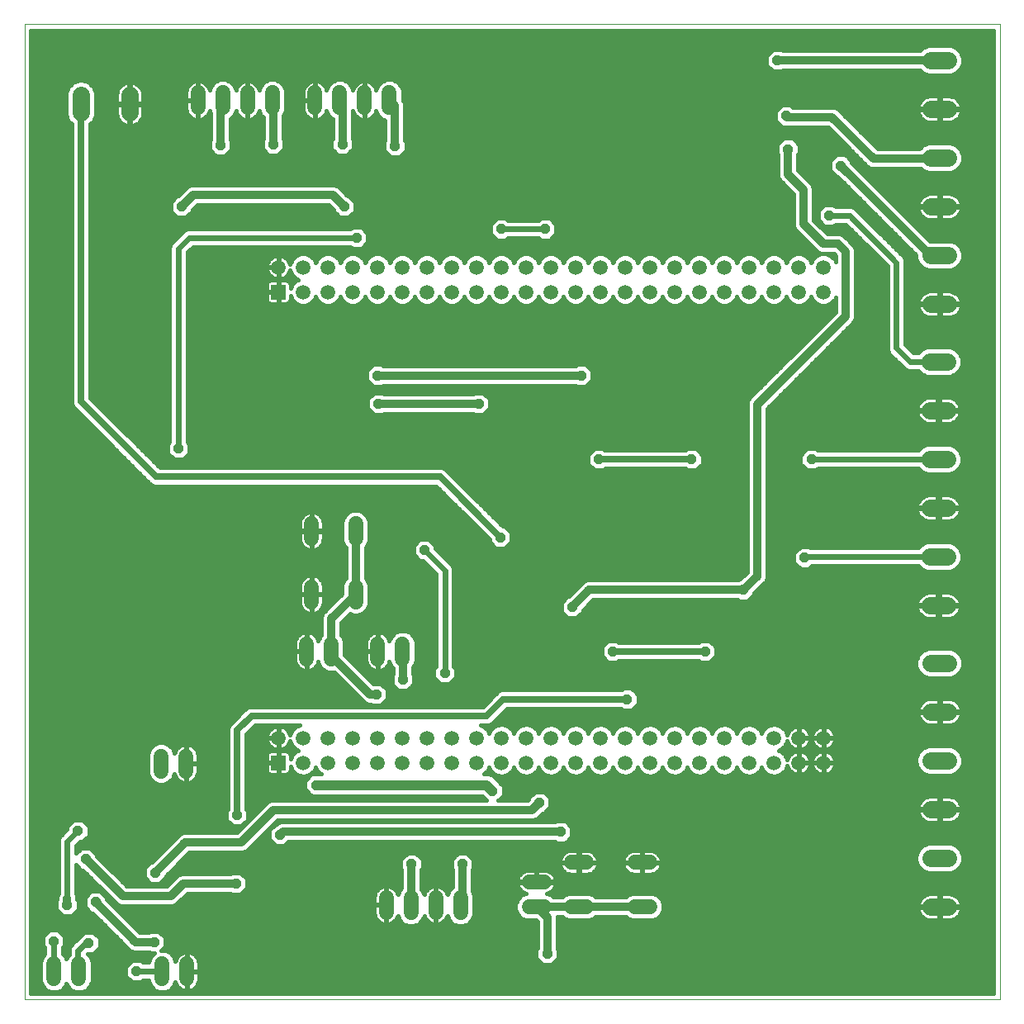
<source format=gbl>
G75*
%MOIN*%
%OFA0B0*%
%FSLAX24Y24*%
%IPPOS*%
%LPD*%
%AMOC8*
5,1,8,0,0,1.08239X$1,22.5*
%
%ADD10C,0.0000*%
%ADD11R,0.0594X0.0594*%
%ADD12C,0.0594*%
%ADD13C,0.0600*%
%ADD14C,0.0705*%
%ADD15C,0.0160*%
%ADD16OC8,0.0400*%
%ADD17C,0.0320*%
%ADD18C,0.0240*%
%ADD19C,0.0400*%
%ADD20C,0.0268*%
%ADD21C,0.0256*%
D10*
X000180Y000180D02*
X000180Y039550D01*
X039550Y039550D01*
X039550Y000180D01*
X000180Y000180D01*
D11*
X010436Y009745D03*
X010436Y028745D03*
D12*
X011436Y028745D03*
X011436Y029745D03*
X010436Y029745D03*
X012436Y029745D03*
X013436Y029745D03*
X013436Y028745D03*
X012436Y028745D03*
X014436Y028745D03*
X015436Y028745D03*
X015436Y029745D03*
X014436Y029745D03*
X016436Y029745D03*
X017436Y029745D03*
X017436Y028745D03*
X016436Y028745D03*
X018436Y028745D03*
X019436Y028745D03*
X019436Y029745D03*
X018436Y029745D03*
X020436Y029745D03*
X021436Y029745D03*
X021436Y028745D03*
X020436Y028745D03*
X022436Y028745D03*
X023436Y028745D03*
X023436Y029745D03*
X022436Y029745D03*
X024436Y029745D03*
X024436Y028745D03*
X025436Y028745D03*
X026436Y028745D03*
X026436Y029745D03*
X025436Y029745D03*
X027436Y029745D03*
X028436Y029745D03*
X028436Y028745D03*
X027436Y028745D03*
X029436Y028745D03*
X030436Y028745D03*
X030436Y029745D03*
X029436Y029745D03*
X031436Y029745D03*
X032436Y029745D03*
X032436Y028745D03*
X031436Y028745D03*
X031436Y010745D03*
X032436Y010745D03*
X032436Y009745D03*
X031436Y009745D03*
X030436Y009745D03*
X029436Y009745D03*
X029436Y010745D03*
X030436Y010745D03*
X028436Y010745D03*
X027436Y010745D03*
X027436Y009745D03*
X028436Y009745D03*
X026436Y009745D03*
X025436Y009745D03*
X025436Y010745D03*
X026436Y010745D03*
X024436Y010745D03*
X024436Y009745D03*
X023436Y009745D03*
X022436Y009745D03*
X022436Y010745D03*
X023436Y010745D03*
X021436Y010745D03*
X020436Y010745D03*
X020436Y009745D03*
X021436Y009745D03*
X019436Y009745D03*
X018436Y009745D03*
X018436Y010745D03*
X019436Y010745D03*
X017436Y010745D03*
X016436Y010745D03*
X016436Y009745D03*
X017436Y009745D03*
X015436Y009745D03*
X014436Y009745D03*
X014436Y010745D03*
X015436Y010745D03*
X013436Y010745D03*
X012436Y010745D03*
X012436Y009745D03*
X013436Y009745D03*
X011436Y009745D03*
X011436Y010745D03*
X010436Y010745D03*
D13*
X011570Y013935D02*
X011570Y014535D01*
X012570Y014535D02*
X012570Y013935D01*
X014444Y013935D02*
X014444Y014535D01*
X015444Y014535D02*
X015444Y013935D01*
X013550Y016238D02*
X013550Y016838D01*
X011770Y016838D02*
X011770Y016238D01*
X011770Y018798D02*
X011770Y019398D01*
X013550Y019398D02*
X013550Y018798D01*
X006704Y010008D02*
X006704Y009408D01*
X005704Y009408D02*
X005704Y010008D01*
X005743Y001622D02*
X005743Y001022D01*
X006743Y001022D02*
X006743Y001622D01*
X002373Y001622D02*
X002373Y001022D01*
X001373Y001022D02*
X001373Y001622D01*
X014782Y003699D02*
X014782Y004299D01*
X015782Y004299D02*
X015782Y003699D01*
X016782Y003699D02*
X016782Y004299D01*
X017782Y004299D02*
X017782Y003699D01*
X020549Y003932D02*
X021149Y003932D01*
X021149Y004932D02*
X020549Y004932D01*
X022261Y005716D02*
X022861Y005716D01*
X022861Y003936D02*
X022261Y003936D01*
X024821Y003936D02*
X025421Y003936D01*
X025421Y005716D02*
X024821Y005716D01*
X014908Y036179D02*
X014908Y036779D01*
X013908Y036779D02*
X013908Y036179D01*
X012908Y036179D02*
X012908Y036779D01*
X011908Y036779D02*
X011908Y036179D01*
X010184Y036179D02*
X010184Y036779D01*
X009184Y036779D02*
X009184Y036179D01*
X008184Y036179D02*
X008184Y036779D01*
X007184Y036779D02*
X007184Y036179D01*
D14*
X004432Y035981D02*
X004432Y036686D01*
X002463Y036686D02*
X002463Y035981D01*
X036768Y036125D02*
X037473Y036125D01*
X037473Y038093D02*
X036768Y038093D01*
X036768Y034156D02*
X037473Y034156D01*
X037473Y032188D02*
X036768Y032188D01*
X036768Y030219D02*
X037473Y030219D01*
X037473Y028251D02*
X036768Y028251D01*
X036729Y025928D02*
X037434Y025928D01*
X037434Y023960D02*
X036729Y023960D01*
X036729Y021991D02*
X037434Y021991D01*
X037434Y020023D02*
X036729Y020023D01*
X036729Y018054D02*
X037434Y018054D01*
X037434Y016086D02*
X036729Y016086D01*
X036768Y013763D02*
X037473Y013763D01*
X037473Y011794D02*
X036768Y011794D01*
X036768Y009826D02*
X037473Y009826D01*
X037473Y007857D02*
X036768Y007857D01*
X036768Y005889D02*
X037473Y005889D01*
X037473Y003920D02*
X036768Y003920D01*
D15*
X037083Y003883D02*
X036236Y003883D01*
X036236Y003878D01*
X036249Y003795D01*
X036275Y003716D01*
X036313Y003641D01*
X036362Y003573D01*
X036422Y003514D01*
X036489Y003465D01*
X036564Y003427D01*
X036644Y003401D01*
X036727Y003388D01*
X037083Y003388D01*
X037083Y003883D01*
X037083Y003958D01*
X036236Y003958D01*
X036236Y003962D01*
X036249Y004045D01*
X036275Y004125D01*
X036313Y004199D01*
X036362Y004267D01*
X036422Y004326D01*
X036489Y004376D01*
X036564Y004414D01*
X036644Y004440D01*
X036727Y004453D01*
X037083Y004453D01*
X037083Y003958D01*
X037158Y003958D01*
X037158Y004453D01*
X037515Y004453D01*
X037598Y004440D01*
X037678Y004414D01*
X037753Y004376D01*
X037820Y004326D01*
X037880Y004267D01*
X037929Y004199D01*
X037967Y004125D01*
X037993Y004045D01*
X038006Y003962D01*
X038006Y003958D01*
X037158Y003958D01*
X037158Y003883D01*
X037158Y003388D01*
X037515Y003388D01*
X037598Y003401D01*
X037678Y003427D01*
X037753Y003465D01*
X037820Y003514D01*
X037880Y003573D01*
X037929Y003641D01*
X037967Y003716D01*
X037993Y003795D01*
X038006Y003878D01*
X038006Y003883D01*
X037158Y003883D01*
X037083Y003883D01*
X037083Y003826D02*
X037158Y003826D01*
X037158Y003984D02*
X037083Y003984D01*
X037083Y004143D02*
X037158Y004143D01*
X037158Y004301D02*
X037083Y004301D01*
X037083Y003667D02*
X037158Y003667D01*
X037158Y003509D02*
X037083Y003509D01*
X036429Y003509D02*
X025758Y003509D01*
X025727Y003478D02*
X025879Y003630D01*
X025961Y003828D01*
X025961Y004043D01*
X025879Y004242D01*
X025727Y004393D01*
X025529Y004476D01*
X024714Y004476D01*
X024516Y004393D01*
X024454Y004332D01*
X023229Y004332D01*
X023167Y004393D01*
X022969Y004476D01*
X022154Y004476D01*
X021956Y004393D01*
X021894Y004332D01*
X021513Y004332D01*
X021455Y004390D01*
X021270Y004466D01*
X021334Y004487D01*
X021401Y004521D01*
X021462Y004566D01*
X021515Y004619D01*
X021560Y004680D01*
X021594Y004748D01*
X021617Y004820D01*
X021629Y004894D01*
X021629Y004912D01*
X020869Y004912D01*
X020869Y004952D01*
X020829Y004952D01*
X020829Y004912D01*
X020069Y004912D01*
X020069Y004894D01*
X020081Y004820D01*
X020104Y004748D01*
X020139Y004680D01*
X020183Y004619D01*
X020237Y004566D01*
X020298Y004521D01*
X020365Y004487D01*
X020429Y004466D01*
X020243Y004390D01*
X020092Y004238D01*
X020009Y004039D01*
X020009Y003825D01*
X020092Y003626D01*
X020243Y003474D01*
X020442Y003392D01*
X020824Y003392D01*
X020882Y003333D01*
X020882Y002253D01*
X020842Y002213D01*
X020842Y001848D01*
X021100Y001590D01*
X021465Y001590D01*
X021722Y001848D01*
X021722Y002213D01*
X021682Y002253D01*
X021682Y003532D01*
X021901Y003532D01*
X021956Y003478D01*
X022154Y003396D01*
X022969Y003396D01*
X023167Y003478D01*
X023221Y003532D01*
X024461Y003532D01*
X024516Y003478D01*
X024714Y003396D01*
X025529Y003396D01*
X025727Y003478D01*
X025895Y003667D02*
X036300Y003667D01*
X036244Y003826D02*
X025960Y003826D01*
X025961Y003984D02*
X036239Y003984D01*
X036284Y004143D02*
X025920Y004143D01*
X025820Y004301D02*
X036396Y004301D01*
X036651Y005296D02*
X036433Y005386D01*
X036266Y005553D01*
X036176Y005771D01*
X036176Y006007D01*
X036266Y006224D01*
X036433Y006391D01*
X036651Y006481D01*
X037591Y006481D01*
X037809Y006391D01*
X037976Y006224D01*
X038066Y006007D01*
X038066Y005771D01*
X037976Y005553D01*
X037809Y005386D01*
X037591Y005296D01*
X036651Y005296D01*
X036409Y005411D02*
X025793Y005411D01*
X025788Y005403D02*
X025832Y005464D01*
X025866Y005531D01*
X025890Y005603D01*
X025901Y005678D01*
X025901Y005696D01*
X025141Y005696D01*
X025141Y005236D01*
X025459Y005236D01*
X025534Y005247D01*
X025606Y005271D01*
X025673Y005305D01*
X025734Y005350D01*
X025788Y005403D01*
X025878Y005569D02*
X036260Y005569D01*
X036194Y005728D02*
X025141Y005728D01*
X025141Y005736D02*
X025901Y005736D01*
X025901Y005753D01*
X025890Y005828D01*
X025866Y005900D01*
X025832Y005967D01*
X025788Y006028D01*
X025734Y006082D01*
X025673Y006126D01*
X025606Y006161D01*
X025534Y006184D01*
X025459Y006196D01*
X025141Y006196D01*
X025141Y005736D01*
X025101Y005736D01*
X025101Y006196D01*
X024784Y006196D01*
X024709Y006184D01*
X024637Y006161D01*
X024570Y006126D01*
X024509Y006082D01*
X024455Y006028D01*
X024411Y005967D01*
X024377Y005900D01*
X024353Y005828D01*
X024341Y005753D01*
X024341Y005736D01*
X025101Y005736D01*
X025101Y005696D01*
X024341Y005696D01*
X024341Y005678D01*
X024353Y005603D01*
X024377Y005531D01*
X024411Y005464D01*
X024455Y005403D01*
X024509Y005350D01*
X024570Y005305D01*
X024637Y005271D01*
X024709Y005247D01*
X024784Y005236D01*
X025101Y005236D01*
X025101Y005696D01*
X025141Y005696D01*
X025141Y005736D01*
X025101Y005728D02*
X022581Y005728D01*
X022581Y005736D02*
X023341Y005736D01*
X023341Y005753D01*
X023330Y005828D01*
X023306Y005900D01*
X023272Y005967D01*
X023228Y006028D01*
X023174Y006082D01*
X023113Y006126D01*
X023046Y006161D01*
X022974Y006184D01*
X022899Y006196D01*
X022581Y006196D01*
X022581Y005736D01*
X022541Y005736D01*
X022541Y006196D01*
X022224Y006196D01*
X022149Y006184D01*
X022077Y006161D01*
X022010Y006126D01*
X021949Y006082D01*
X021895Y006028D01*
X021851Y005967D01*
X021817Y005900D01*
X021793Y005828D01*
X021781Y005753D01*
X021781Y005736D01*
X022541Y005736D01*
X022541Y005696D01*
X021781Y005696D01*
X021781Y005678D01*
X021793Y005603D01*
X021817Y005531D01*
X021851Y005464D01*
X021895Y005403D01*
X021949Y005350D01*
X022010Y005305D01*
X022077Y005271D01*
X022149Y005247D01*
X022224Y005236D01*
X022541Y005236D01*
X022541Y005696D01*
X022581Y005696D01*
X022581Y005236D01*
X022899Y005236D01*
X022974Y005247D01*
X023046Y005271D01*
X023113Y005305D01*
X023174Y005350D01*
X023228Y005403D01*
X023272Y005464D01*
X023306Y005531D01*
X023330Y005603D01*
X023341Y005678D01*
X023341Y005696D01*
X022581Y005696D01*
X022581Y005736D01*
X022541Y005728D02*
X018297Y005728D01*
X018297Y005835D02*
X018039Y006092D01*
X017675Y006092D01*
X017417Y005835D01*
X017417Y005470D01*
X017457Y005430D01*
X017457Y004737D01*
X017325Y004605D01*
X017248Y004420D01*
X017227Y004483D01*
X017193Y004550D01*
X017148Y004612D01*
X017095Y004665D01*
X017034Y004709D01*
X016967Y004744D01*
X016895Y004767D01*
X016820Y004779D01*
X016802Y004779D01*
X016802Y004019D01*
X016762Y004019D01*
X016762Y004779D01*
X016745Y004779D01*
X016670Y004767D01*
X016598Y004744D01*
X016531Y004709D01*
X016470Y004665D01*
X016416Y004612D01*
X016372Y004550D01*
X016338Y004483D01*
X016317Y004420D01*
X016240Y004605D01*
X016210Y004635D01*
X016210Y005430D01*
X016250Y005470D01*
X016250Y005835D01*
X015992Y006092D01*
X015628Y006092D01*
X015370Y005835D01*
X015370Y005470D01*
X015410Y005430D01*
X015410Y004690D01*
X015325Y004605D01*
X015248Y004420D01*
X015227Y004483D01*
X015193Y004550D01*
X015148Y004612D01*
X015095Y004665D01*
X015034Y004709D01*
X014967Y004744D01*
X014895Y004767D01*
X014820Y004779D01*
X014802Y004779D01*
X014802Y004019D01*
X014762Y004019D01*
X014762Y003979D01*
X014302Y003979D01*
X014302Y003661D01*
X014314Y003586D01*
X014338Y003515D01*
X014372Y003447D01*
X014416Y003386D01*
X014470Y003333D01*
X014531Y003288D01*
X014598Y003254D01*
X014670Y003231D01*
X014745Y003219D01*
X014762Y003219D01*
X014762Y003979D01*
X014802Y003979D01*
X014802Y003219D01*
X014820Y003219D01*
X014895Y003231D01*
X014967Y003254D01*
X015034Y003288D01*
X015095Y003333D01*
X015148Y003386D01*
X015193Y003447D01*
X015227Y003515D01*
X015248Y003578D01*
X015325Y003393D01*
X015476Y003241D01*
X015675Y003159D01*
X015890Y003159D01*
X016088Y003241D01*
X016240Y003393D01*
X016317Y003578D01*
X016338Y003515D01*
X016372Y003447D01*
X016416Y003386D01*
X016470Y003333D01*
X016531Y003288D01*
X016598Y003254D01*
X016670Y003231D01*
X016745Y003219D01*
X016762Y003219D01*
X016762Y003979D01*
X016802Y003979D01*
X016802Y003219D01*
X016820Y003219D01*
X016895Y003231D01*
X016967Y003254D01*
X017034Y003288D01*
X017095Y003333D01*
X017148Y003386D01*
X017193Y003447D01*
X017227Y003515D01*
X017248Y003578D01*
X017325Y003393D01*
X017476Y003241D01*
X017675Y003159D01*
X017890Y003159D01*
X018088Y003241D01*
X018240Y003393D01*
X018322Y003591D01*
X018322Y004406D01*
X018257Y004564D01*
X018257Y005430D01*
X018297Y005470D01*
X018297Y005835D01*
X018246Y005886D02*
X021812Y005886D01*
X021911Y006045D02*
X018087Y006045D01*
X017627Y006045D02*
X016040Y006045D01*
X016199Y005886D02*
X017468Y005886D01*
X017417Y005728D02*
X016250Y005728D01*
X016250Y005569D02*
X017417Y005569D01*
X017457Y005411D02*
X016210Y005411D01*
X016210Y005252D02*
X017457Y005252D01*
X017457Y005094D02*
X016210Y005094D01*
X016210Y004935D02*
X017457Y004935D01*
X017457Y004777D02*
X016835Y004777D01*
X016802Y004777D02*
X016762Y004777D01*
X016730Y004777D02*
X016210Y004777D01*
X016227Y004618D02*
X016423Y004618D01*
X016330Y004460D02*
X016300Y004460D01*
X016762Y004460D02*
X016802Y004460D01*
X016802Y004618D02*
X016762Y004618D01*
X016762Y004301D02*
X016802Y004301D01*
X016802Y004143D02*
X016762Y004143D01*
X016762Y003826D02*
X016802Y003826D01*
X016802Y003667D02*
X016762Y003667D01*
X016762Y003509D02*
X016802Y003509D01*
X016802Y003350D02*
X016762Y003350D01*
X016452Y003350D02*
X016197Y003350D01*
X016288Y003509D02*
X016341Y003509D01*
X015968Y003192D02*
X017596Y003192D01*
X017368Y003350D02*
X017112Y003350D01*
X017224Y003509D02*
X017277Y003509D01*
X017968Y003192D02*
X020882Y003192D01*
X020866Y003350D02*
X018197Y003350D01*
X018288Y003509D02*
X020209Y003509D01*
X020075Y003667D02*
X018322Y003667D01*
X018322Y003826D02*
X020009Y003826D01*
X020009Y003984D02*
X018322Y003984D01*
X018322Y004143D02*
X020052Y004143D01*
X020155Y004301D02*
X018322Y004301D01*
X018300Y004460D02*
X020412Y004460D01*
X020184Y004618D02*
X018257Y004618D01*
X018257Y004777D02*
X020095Y004777D01*
X020069Y004952D02*
X020829Y004952D01*
X020829Y005412D01*
X020512Y005412D01*
X020437Y005400D01*
X020365Y005377D01*
X020298Y005343D01*
X020237Y005298D01*
X020183Y005245D01*
X020139Y005184D01*
X020104Y005116D01*
X020081Y005044D01*
X020069Y004970D01*
X020069Y004952D01*
X020097Y005094D02*
X018257Y005094D01*
X018257Y005252D02*
X020191Y005252D01*
X020502Y005411D02*
X018257Y005411D01*
X018297Y005569D02*
X021804Y005569D01*
X021890Y005411D02*
X021196Y005411D01*
X021187Y005412D02*
X020869Y005412D01*
X020869Y004952D01*
X021629Y004952D01*
X021629Y004970D01*
X021617Y005044D01*
X021594Y005116D01*
X021560Y005184D01*
X021515Y005245D01*
X021462Y005298D01*
X021401Y005343D01*
X021334Y005377D01*
X021262Y005400D01*
X021187Y005412D01*
X020869Y005411D02*
X020829Y005411D01*
X020829Y005252D02*
X020869Y005252D01*
X020869Y005094D02*
X020829Y005094D01*
X020829Y004935D02*
X018257Y004935D01*
X017338Y004618D02*
X017142Y004618D01*
X017235Y004460D02*
X017264Y004460D01*
X015596Y003192D02*
X004545Y003192D01*
X004387Y003350D02*
X014452Y003350D01*
X014341Y003509D02*
X004228Y003509D01*
X004070Y003667D02*
X014302Y003667D01*
X014302Y003826D02*
X003911Y003826D01*
X004003Y003984D02*
X003753Y003984D01*
X003817Y004127D02*
X003930Y004014D01*
X004077Y003953D01*
X006165Y003953D01*
X006312Y004014D01*
X006763Y004465D01*
X008501Y004465D01*
X008541Y004425D01*
X008906Y004425D01*
X009163Y004683D01*
X009163Y005047D01*
X008906Y005305D01*
X008541Y005305D01*
X008501Y005265D01*
X006518Y005265D01*
X006371Y005204D01*
X006258Y005092D01*
X006258Y005092D01*
X005920Y004753D01*
X004322Y004753D01*
X003100Y005975D01*
X003100Y006032D01*
X002843Y006289D01*
X002478Y006289D01*
X002272Y006084D01*
X002272Y006409D01*
X002414Y006551D01*
X002528Y006551D01*
X002785Y006809D01*
X002785Y007173D01*
X002528Y007431D01*
X002163Y007431D01*
X001905Y007173D01*
X001905Y007060D01*
X001607Y006762D01*
X001552Y006630D01*
X001552Y004451D01*
X001512Y004354D01*
X001512Y004221D01*
X001472Y004181D01*
X001472Y003817D01*
X001730Y003559D01*
X002095Y003559D01*
X002352Y003817D01*
X002352Y004181D01*
X002312Y004221D01*
X002312Y004354D01*
X002272Y004451D01*
X002272Y005615D01*
X002478Y005409D01*
X002535Y005409D01*
X003817Y004127D01*
X003801Y004143D02*
X003594Y004143D01*
X003494Y004243D02*
X003494Y004299D01*
X003236Y004557D01*
X002872Y004557D01*
X002614Y004299D01*
X002614Y003935D01*
X002872Y003677D01*
X002928Y003677D01*
X004442Y002164D01*
X004589Y002103D01*
X005194Y002103D01*
X005234Y002063D01*
X005420Y002063D01*
X005285Y001928D01*
X005203Y001729D01*
X005203Y001682D01*
X004970Y001682D01*
X004890Y001762D01*
X004525Y001762D01*
X004268Y001504D01*
X004268Y001139D01*
X004525Y000882D01*
X004890Y000882D01*
X004970Y000962D01*
X005203Y000962D01*
X005203Y000914D01*
X005285Y000716D01*
X005437Y000564D01*
X005636Y000482D01*
X005850Y000482D01*
X006049Y000564D01*
X006201Y000716D01*
X006277Y000901D01*
X006298Y000837D01*
X006332Y000770D01*
X006377Y000709D01*
X006430Y000656D01*
X006491Y000611D01*
X006559Y000577D01*
X006631Y000554D01*
X006705Y000542D01*
X006723Y000542D01*
X006723Y001302D01*
X006763Y001302D01*
X006763Y001342D01*
X006723Y001342D01*
X006723Y002102D01*
X006705Y002102D01*
X006631Y002090D01*
X006559Y002067D01*
X006491Y002032D01*
X006430Y001988D01*
X006377Y001934D01*
X006332Y001873D01*
X006298Y001806D01*
X006277Y001742D01*
X006201Y001928D01*
X006049Y002080D01*
X005850Y002162D01*
X005697Y002162D01*
X005856Y002321D01*
X005856Y002685D01*
X005598Y002943D01*
X005234Y002943D01*
X005194Y002903D01*
X004834Y002903D01*
X003494Y004243D01*
X003492Y004301D02*
X003643Y004301D01*
X003484Y004460D02*
X003334Y004460D01*
X003326Y004618D02*
X002272Y004618D01*
X002272Y004460D02*
X002774Y004460D01*
X002616Y004301D02*
X002312Y004301D01*
X002352Y004143D02*
X002614Y004143D01*
X002614Y003984D02*
X002352Y003984D01*
X002352Y003826D02*
X002723Y003826D01*
X002938Y003667D02*
X002203Y003667D01*
X001622Y003667D02*
X000420Y003667D01*
X000420Y003509D02*
X003097Y003509D01*
X003255Y003350D02*
X000420Y003350D01*
X000420Y003192D02*
X003414Y003192D01*
X003572Y003033D02*
X000420Y003033D01*
X000420Y002875D02*
X001071Y002875D01*
X001179Y002982D02*
X000921Y002724D01*
X000921Y002360D01*
X001001Y002280D01*
X001001Y002014D01*
X000915Y001928D01*
X000833Y001729D01*
X000833Y000914D01*
X000915Y000716D01*
X001067Y000564D01*
X001265Y000482D01*
X001480Y000482D01*
X001679Y000564D01*
X001831Y000716D01*
X001873Y000818D01*
X001915Y000716D01*
X002067Y000564D01*
X002265Y000482D01*
X002480Y000482D01*
X002679Y000564D01*
X002831Y000716D01*
X002913Y000914D01*
X002913Y001729D01*
X002831Y001928D01*
X002735Y002023D01*
X002961Y002023D01*
X003218Y002281D01*
X003218Y002646D01*
X002961Y002903D01*
X002596Y002903D01*
X002465Y002772D01*
X002456Y002769D01*
X002355Y002667D01*
X002141Y002454D01*
X002040Y002352D01*
X001985Y002220D01*
X001985Y001998D01*
X001915Y001928D01*
X001873Y001826D01*
X001831Y001928D01*
X001721Y002037D01*
X001721Y002280D01*
X001801Y002360D01*
X001801Y002724D01*
X001543Y002982D01*
X001179Y002982D01*
X000921Y002716D02*
X000420Y002716D01*
X000420Y002558D02*
X000921Y002558D01*
X000921Y002399D02*
X000420Y002399D01*
X000420Y002241D02*
X001001Y002241D01*
X001001Y002082D02*
X000420Y002082D01*
X000420Y001924D02*
X000913Y001924D01*
X000848Y001765D02*
X000420Y001765D01*
X000420Y001607D02*
X000833Y001607D01*
X000833Y001448D02*
X000420Y001448D01*
X000420Y001290D02*
X000833Y001290D01*
X000833Y001131D02*
X000420Y001131D01*
X000420Y000973D02*
X000833Y000973D01*
X000874Y000814D02*
X000420Y000814D01*
X000420Y000656D02*
X000975Y000656D01*
X001229Y000497D02*
X000420Y000497D01*
X000420Y000420D02*
X000420Y039310D01*
X039310Y039310D01*
X039310Y000420D01*
X000420Y000420D01*
X001517Y000497D02*
X002229Y000497D01*
X002517Y000497D02*
X005599Y000497D01*
X005887Y000497D02*
X039310Y000497D01*
X039310Y000656D02*
X007056Y000656D01*
X007109Y000709D01*
X007154Y000770D01*
X007188Y000837D01*
X007211Y000909D01*
X007223Y000984D01*
X007223Y001302D01*
X006763Y001302D01*
X006763Y000542D01*
X006781Y000542D01*
X006855Y000554D01*
X006927Y000577D01*
X006995Y000611D01*
X007056Y000656D01*
X007176Y000814D02*
X039310Y000814D01*
X039310Y000973D02*
X007221Y000973D01*
X007223Y001131D02*
X039310Y001131D01*
X039310Y001290D02*
X007223Y001290D01*
X007223Y001342D02*
X007223Y001660D01*
X007211Y001734D01*
X007188Y001806D01*
X007154Y001873D01*
X007109Y001934D01*
X007056Y001988D01*
X006995Y002032D01*
X006927Y002067D01*
X006855Y002090D01*
X006781Y002102D01*
X006763Y002102D01*
X006763Y001342D01*
X007223Y001342D01*
X007223Y001448D02*
X039310Y001448D01*
X039310Y001607D02*
X021481Y001607D01*
X021639Y001765D02*
X039310Y001765D01*
X039310Y001924D02*
X021722Y001924D01*
X021722Y002082D02*
X039310Y002082D01*
X039310Y002241D02*
X021695Y002241D01*
X021682Y002399D02*
X039310Y002399D01*
X039310Y002558D02*
X021682Y002558D01*
X021682Y002716D02*
X039310Y002716D01*
X039310Y002875D02*
X021682Y002875D01*
X021682Y003033D02*
X039310Y003033D01*
X039310Y003192D02*
X021682Y003192D01*
X021682Y003350D02*
X039310Y003350D01*
X039310Y003509D02*
X037813Y003509D01*
X037942Y003667D02*
X039310Y003667D01*
X039310Y003826D02*
X037998Y003826D01*
X038002Y003984D02*
X039310Y003984D01*
X039310Y004143D02*
X037958Y004143D01*
X037846Y004301D02*
X039310Y004301D01*
X039310Y004460D02*
X025568Y004460D01*
X025548Y005252D02*
X039310Y005252D01*
X039310Y005094D02*
X021602Y005094D01*
X021508Y005252D02*
X022135Y005252D01*
X022541Y005252D02*
X022581Y005252D01*
X022581Y005411D02*
X022541Y005411D01*
X022541Y005569D02*
X022581Y005569D01*
X022581Y005886D02*
X022541Y005886D01*
X022541Y006045D02*
X022581Y006045D01*
X022024Y006520D02*
X039310Y006520D01*
X039310Y006362D02*
X037839Y006362D01*
X037985Y006203D02*
X039310Y006203D01*
X039310Y006045D02*
X038050Y006045D01*
X038066Y005886D02*
X039310Y005886D01*
X039310Y005728D02*
X038048Y005728D01*
X037982Y005569D02*
X039310Y005569D01*
X039310Y005411D02*
X037833Y005411D01*
X039310Y004935D02*
X020869Y004935D01*
X021287Y004460D02*
X022115Y004460D01*
X021603Y004777D02*
X039310Y004777D01*
X039310Y004618D02*
X021514Y004618D01*
X021682Y003509D02*
X021925Y003509D01*
X020882Y003033D02*
X004704Y003033D01*
X004206Y002399D02*
X003218Y002399D01*
X003218Y002558D02*
X004048Y002558D01*
X003889Y002716D02*
X003148Y002716D01*
X002990Y002875D02*
X003731Y002875D01*
X003178Y002241D02*
X004365Y002241D01*
X004370Y001607D02*
X002913Y001607D01*
X002898Y001765D02*
X005218Y001765D01*
X005283Y001924D02*
X002832Y001924D01*
X003019Y002082D02*
X005215Y002082D01*
X005776Y002241D02*
X020870Y002241D01*
X020882Y002399D02*
X005856Y002399D01*
X005856Y002558D02*
X020882Y002558D01*
X020882Y002716D02*
X005825Y002716D01*
X005667Y002875D02*
X020882Y002875D01*
X020842Y002082D02*
X006880Y002082D01*
X006763Y002082D02*
X006723Y002082D01*
X006606Y002082D02*
X006043Y002082D01*
X006202Y001924D02*
X006369Y001924D01*
X006285Y001765D02*
X006268Y001765D01*
X006723Y001765D02*
X006763Y001765D01*
X006763Y001607D02*
X006723Y001607D01*
X006723Y001448D02*
X006763Y001448D01*
X006763Y001290D02*
X006723Y001290D01*
X006723Y001131D02*
X006763Y001131D01*
X006763Y000973D02*
X006723Y000973D01*
X006723Y000814D02*
X006763Y000814D01*
X006763Y000656D02*
X006723Y000656D01*
X006430Y000656D02*
X006140Y000656D01*
X006241Y000814D02*
X006310Y000814D01*
X005346Y000656D02*
X002770Y000656D01*
X002871Y000814D02*
X005245Y000814D01*
X004435Y000973D02*
X002913Y000973D01*
X002913Y001131D02*
X004276Y001131D01*
X004268Y001290D02*
X002913Y001290D01*
X002913Y001448D02*
X004268Y001448D01*
X002567Y002875D02*
X001651Y002875D01*
X001801Y002716D02*
X002404Y002716D01*
X002355Y002667D02*
X002355Y002667D01*
X002245Y002558D02*
X001801Y002558D01*
X001801Y002399D02*
X002087Y002399D01*
X002141Y002454D02*
X002141Y002454D01*
X001994Y002241D02*
X001721Y002241D01*
X001721Y002082D02*
X001985Y002082D01*
X001913Y001924D02*
X001832Y001924D01*
X001871Y000814D02*
X001874Y000814D01*
X001975Y000656D02*
X001770Y000656D01*
X001472Y003826D02*
X000420Y003826D01*
X000420Y003984D02*
X001472Y003984D01*
X001472Y004143D02*
X000420Y004143D01*
X000420Y004301D02*
X001512Y004301D01*
X001552Y004460D02*
X000420Y004460D01*
X000420Y004618D02*
X001552Y004618D01*
X001552Y004777D02*
X000420Y004777D01*
X000420Y004935D02*
X001552Y004935D01*
X001552Y005094D02*
X000420Y005094D01*
X000420Y005252D02*
X001552Y005252D01*
X001552Y005411D02*
X000420Y005411D01*
X000420Y005569D02*
X001552Y005569D01*
X001552Y005728D02*
X000420Y005728D01*
X000420Y005886D02*
X001552Y005886D01*
X001552Y006045D02*
X000420Y006045D01*
X000420Y006203D02*
X001552Y006203D01*
X001552Y006362D02*
X000420Y006362D01*
X000420Y006520D02*
X001552Y006520D01*
X001573Y006679D02*
X000420Y006679D01*
X000420Y006837D02*
X001682Y006837D01*
X001841Y006996D02*
X000420Y006996D01*
X000420Y007154D02*
X001905Y007154D01*
X002045Y007313D02*
X000420Y007313D01*
X000420Y007471D02*
X008323Y007471D01*
X008323Y007439D02*
X008580Y007181D01*
X008945Y007181D01*
X009203Y007439D01*
X009203Y007803D01*
X009137Y007869D01*
X009137Y010891D01*
X009508Y011263D01*
X011283Y011263D01*
X011132Y011200D01*
X010981Y011049D01*
X010901Y010857D01*
X010878Y010928D01*
X010844Y010995D01*
X010800Y011056D01*
X010747Y011109D01*
X010686Y011153D01*
X010619Y011187D01*
X010548Y011210D01*
X010473Y011222D01*
X010454Y011222D01*
X010454Y010763D01*
X010417Y010763D01*
X010417Y010727D01*
X009959Y010727D01*
X009959Y010707D01*
X009971Y010633D01*
X009994Y010562D01*
X010028Y010495D01*
X010072Y010434D01*
X010125Y010381D01*
X010186Y010337D01*
X010253Y010303D01*
X010324Y010280D01*
X010398Y010268D01*
X010417Y010268D01*
X010417Y010727D01*
X010454Y010727D01*
X010454Y010268D01*
X010473Y010268D01*
X010548Y010280D01*
X010619Y010303D01*
X010686Y010337D01*
X010747Y010381D01*
X010800Y010434D01*
X010844Y010495D01*
X010878Y010562D01*
X010901Y010633D01*
X010901Y010633D01*
X010981Y010441D01*
X011132Y010290D01*
X011240Y010245D01*
X011132Y010200D01*
X010981Y010049D01*
X010913Y009885D01*
X010913Y010066D01*
X010900Y010111D01*
X010877Y010152D01*
X010843Y010186D01*
X010802Y010210D01*
X010756Y010222D01*
X010454Y010222D01*
X010454Y009763D01*
X010417Y009763D01*
X010417Y009727D01*
X009959Y009727D01*
X009959Y009424D01*
X009971Y009379D01*
X009995Y009338D01*
X010029Y009304D01*
X010070Y009280D01*
X010115Y009268D01*
X010417Y009268D01*
X010417Y009727D01*
X010454Y009727D01*
X010454Y009268D01*
X010756Y009268D01*
X010802Y009280D01*
X010843Y009304D01*
X010877Y009338D01*
X010900Y009379D01*
X010913Y009424D01*
X010913Y009605D01*
X010981Y009441D01*
X011132Y009290D01*
X011329Y009208D01*
X011543Y009208D01*
X011740Y009290D01*
X011891Y009441D01*
X011936Y009549D01*
X011981Y009441D01*
X012132Y009290D01*
X012152Y009281D01*
X011769Y009281D01*
X011702Y009214D01*
X011579Y009091D01*
X011579Y009091D01*
X011512Y009024D01*
X011512Y008659D01*
X011579Y008592D01*
X011702Y008468D01*
X011702Y008468D01*
X011769Y008401D01*
X018659Y008401D01*
X018828Y008232D01*
X018828Y008232D01*
X018843Y008218D01*
X010140Y008218D01*
X009993Y008157D01*
X008754Y006919D01*
X006596Y006919D01*
X006449Y006858D01*
X006337Y006745D01*
X005330Y005738D01*
X005273Y005738D01*
X005016Y005480D01*
X005016Y005116D01*
X005273Y004858D01*
X005638Y004858D01*
X005896Y005116D01*
X005896Y005172D01*
X006842Y006119D01*
X009000Y006119D01*
X009147Y006179D01*
X010385Y007418D01*
X020732Y007418D01*
X020879Y007479D01*
X020992Y007591D01*
X021093Y007693D01*
X021150Y007693D01*
X021407Y007951D01*
X021407Y008315D01*
X021150Y008573D01*
X020785Y008573D01*
X020527Y008315D01*
X020527Y008258D01*
X020487Y008218D01*
X019312Y008218D01*
X019327Y008232D01*
X019451Y008356D01*
X019518Y008423D01*
X019518Y008787D01*
X019451Y008854D01*
X019451Y008854D01*
X019091Y009214D01*
X018929Y009281D01*
X018720Y009281D01*
X018740Y009290D01*
X018891Y009441D01*
X018936Y009549D01*
X018981Y009441D01*
X019132Y009290D01*
X019329Y009208D01*
X019543Y009208D01*
X019740Y009290D01*
X019891Y009441D01*
X019936Y009549D01*
X019981Y009441D01*
X020132Y009290D01*
X020329Y009208D01*
X020543Y009208D01*
X020740Y009290D01*
X020891Y009441D01*
X020936Y009549D01*
X020981Y009441D01*
X021132Y009290D01*
X021329Y009208D01*
X021543Y009208D01*
X021740Y009290D01*
X021891Y009441D01*
X021936Y009549D01*
X021981Y009441D01*
X022132Y009290D01*
X022329Y009208D01*
X022543Y009208D01*
X022740Y009290D01*
X022891Y009441D01*
X022936Y009549D01*
X022981Y009441D01*
X023132Y009290D01*
X023329Y009208D01*
X023543Y009208D01*
X023740Y009290D01*
X023891Y009441D01*
X023936Y009549D01*
X023981Y009441D01*
X024132Y009290D01*
X024329Y009208D01*
X024543Y009208D01*
X024740Y009290D01*
X024891Y009441D01*
X024936Y009549D01*
X024981Y009441D01*
X025132Y009290D01*
X025329Y009208D01*
X025543Y009208D01*
X025740Y009290D01*
X025891Y009441D01*
X025936Y009549D01*
X025981Y009441D01*
X026132Y009290D01*
X026329Y009208D01*
X026543Y009208D01*
X026740Y009290D01*
X026891Y009441D01*
X026936Y009549D01*
X026981Y009441D01*
X027132Y009290D01*
X027329Y009208D01*
X027543Y009208D01*
X027740Y009290D01*
X027891Y009441D01*
X027936Y009549D01*
X027981Y009441D01*
X028132Y009290D01*
X028329Y009208D01*
X028543Y009208D01*
X028740Y009290D01*
X028891Y009441D01*
X028936Y009549D01*
X028981Y009441D01*
X029132Y009290D01*
X029329Y009208D01*
X029543Y009208D01*
X029740Y009290D01*
X029891Y009441D01*
X029936Y009549D01*
X029981Y009441D01*
X030132Y009290D01*
X030329Y009208D01*
X030543Y009208D01*
X030740Y009290D01*
X030891Y009441D01*
X030971Y009633D01*
X030994Y009562D01*
X031028Y009495D01*
X031072Y009434D01*
X031125Y009381D01*
X031186Y009337D01*
X031253Y009303D01*
X031324Y009280D01*
X031398Y009268D01*
X031417Y009268D01*
X031417Y009727D01*
X031454Y009727D01*
X031454Y009763D01*
X031913Y009763D01*
X031913Y009782D01*
X031901Y009857D01*
X031878Y009928D01*
X031844Y009995D01*
X031800Y010056D01*
X031747Y010109D01*
X031686Y010153D01*
X031619Y010187D01*
X031548Y010210D01*
X031473Y010222D01*
X031454Y010222D01*
X031454Y009763D01*
X031417Y009763D01*
X031417Y010222D01*
X031398Y010222D01*
X031324Y010210D01*
X031253Y010187D01*
X031186Y010153D01*
X031125Y010109D01*
X031072Y010056D01*
X031028Y009995D01*
X030994Y009928D01*
X030971Y009857D01*
X030971Y009857D01*
X030891Y010049D01*
X030740Y010200D01*
X030632Y010245D01*
X030740Y010290D01*
X030891Y010441D01*
X030971Y010633D01*
X030994Y010562D01*
X031028Y010495D01*
X031072Y010434D01*
X031125Y010381D01*
X031186Y010337D01*
X031253Y010303D01*
X031324Y010280D01*
X031398Y010268D01*
X031417Y010268D01*
X031417Y010727D01*
X031454Y010727D01*
X031454Y010763D01*
X031913Y010763D01*
X031913Y010782D01*
X031901Y010857D01*
X031878Y010928D01*
X031844Y010995D01*
X031800Y011056D01*
X031747Y011109D01*
X031686Y011153D01*
X031619Y011187D01*
X031548Y011210D01*
X031473Y011222D01*
X031454Y011222D01*
X031454Y010763D01*
X031417Y010763D01*
X031417Y011222D01*
X031398Y011222D01*
X031324Y011210D01*
X031253Y011187D01*
X031186Y011153D01*
X031125Y011109D01*
X031072Y011056D01*
X031028Y010995D01*
X030994Y010928D01*
X030971Y010857D01*
X030971Y010857D01*
X030891Y011049D01*
X030740Y011200D01*
X030543Y011282D01*
X030329Y011282D01*
X030132Y011200D01*
X029981Y011049D01*
X029936Y010941D01*
X029891Y011049D01*
X029740Y011200D01*
X029543Y011282D01*
X029329Y011282D01*
X029132Y011200D01*
X028981Y011049D01*
X028936Y010941D01*
X028891Y011049D01*
X028740Y011200D01*
X028543Y011282D01*
X028329Y011282D01*
X028132Y011200D01*
X027981Y011049D01*
X027936Y010941D01*
X027891Y011049D01*
X027740Y011200D01*
X027543Y011282D01*
X027329Y011282D01*
X027132Y011200D01*
X026981Y011049D01*
X026936Y010941D01*
X026891Y011049D01*
X026740Y011200D01*
X026543Y011282D01*
X026329Y011282D01*
X026132Y011200D01*
X025981Y011049D01*
X025936Y010941D01*
X025891Y011049D01*
X025740Y011200D01*
X025543Y011282D01*
X025329Y011282D01*
X025132Y011200D01*
X024981Y011049D01*
X024936Y010941D01*
X024891Y011049D01*
X024740Y011200D01*
X024543Y011282D01*
X024329Y011282D01*
X024132Y011200D01*
X023981Y011049D01*
X023936Y010941D01*
X023891Y011049D01*
X023740Y011200D01*
X023543Y011282D01*
X023329Y011282D01*
X023132Y011200D01*
X022981Y011049D01*
X022936Y010941D01*
X022891Y011049D01*
X022740Y011200D01*
X022543Y011282D01*
X022329Y011282D01*
X022132Y011200D01*
X021981Y011049D01*
X021936Y010941D01*
X021891Y011049D01*
X021740Y011200D01*
X021543Y011282D01*
X021329Y011282D01*
X021132Y011200D01*
X020981Y011049D01*
X020936Y010941D01*
X020891Y011049D01*
X020740Y011200D01*
X020543Y011282D01*
X020329Y011282D01*
X020132Y011200D01*
X019981Y011049D01*
X019936Y010941D01*
X019891Y011049D01*
X019740Y011200D01*
X019543Y011282D01*
X019329Y011282D01*
X019132Y011200D01*
X018981Y011049D01*
X018936Y010941D01*
X018891Y011049D01*
X018740Y011200D01*
X018589Y011263D01*
X018916Y011263D01*
X019053Y011320D01*
X019158Y011425D01*
X019666Y011932D01*
X024262Y011932D01*
X024328Y011866D01*
X024693Y011866D01*
X024951Y012124D01*
X024951Y012488D01*
X024693Y012746D01*
X024328Y012746D01*
X024262Y012680D01*
X019436Y012680D01*
X019299Y012623D01*
X018687Y012011D01*
X009279Y012011D01*
X009141Y011954D01*
X008551Y011363D01*
X008446Y011258D01*
X008389Y011121D01*
X008389Y007869D01*
X008323Y007803D01*
X008323Y007439D01*
X008449Y007313D02*
X002646Y007313D01*
X002785Y007154D02*
X008990Y007154D01*
X009076Y007313D02*
X009148Y007313D01*
X009203Y007471D02*
X009307Y007471D01*
X009203Y007630D02*
X009465Y007630D01*
X009624Y007788D02*
X009203Y007788D01*
X009137Y007947D02*
X009782Y007947D01*
X009941Y008105D02*
X009137Y008105D01*
X009137Y008264D02*
X018797Y008264D01*
X019327Y008232D02*
X019327Y008232D01*
X019358Y008264D02*
X020527Y008264D01*
X020634Y008422D02*
X019517Y008422D01*
X019451Y008356D02*
X019451Y008356D01*
X019518Y008581D02*
X039310Y008581D01*
X039310Y008739D02*
X019518Y008739D01*
X019408Y008898D02*
X039310Y008898D01*
X039310Y009056D02*
X019249Y009056D01*
X019314Y009215D02*
X019090Y009215D01*
X019049Y009373D02*
X018823Y009373D01*
X018929Y009532D02*
X018943Y009532D01*
X019558Y009215D02*
X020314Y009215D01*
X020558Y009215D02*
X021314Y009215D01*
X021558Y009215D02*
X022314Y009215D01*
X022558Y009215D02*
X023314Y009215D01*
X023558Y009215D02*
X024314Y009215D01*
X024558Y009215D02*
X025314Y009215D01*
X025558Y009215D02*
X026314Y009215D01*
X026558Y009215D02*
X027314Y009215D01*
X027558Y009215D02*
X028314Y009215D01*
X028558Y009215D02*
X029314Y009215D01*
X029558Y009215D02*
X030314Y009215D01*
X030558Y009215D02*
X039310Y009215D01*
X039310Y009373D02*
X037859Y009373D01*
X037809Y009323D02*
X037976Y009490D01*
X038066Y009708D01*
X038066Y009944D01*
X037976Y010161D01*
X037809Y010328D01*
X037591Y010418D01*
X036651Y010418D01*
X036433Y010328D01*
X036266Y010161D01*
X036176Y009944D01*
X036176Y009708D01*
X036266Y009490D01*
X036433Y009323D01*
X036651Y009233D01*
X037591Y009233D01*
X037809Y009323D01*
X037993Y009532D02*
X039310Y009532D01*
X039310Y009690D02*
X038059Y009690D01*
X038066Y009849D02*
X039310Y009849D01*
X039310Y010007D02*
X038040Y010007D01*
X037972Y010166D02*
X039310Y010166D01*
X039310Y010324D02*
X037813Y010324D01*
X037598Y011275D02*
X037678Y011301D01*
X037753Y011339D01*
X037820Y011388D01*
X037880Y011447D01*
X037929Y011515D01*
X037967Y011590D01*
X037993Y011669D01*
X038006Y011752D01*
X038006Y011757D01*
X037158Y011757D01*
X037158Y011262D01*
X037515Y011262D01*
X037598Y011275D01*
X037599Y011275D02*
X039310Y011275D01*
X039310Y011117D02*
X032736Y011117D01*
X032747Y011109D02*
X032686Y011153D01*
X032619Y011187D01*
X032548Y011210D01*
X032473Y011222D01*
X032454Y011222D01*
X032454Y010763D01*
X032913Y010763D01*
X032913Y010782D01*
X032901Y010857D01*
X032878Y010928D01*
X032844Y010995D01*
X032800Y011056D01*
X032747Y011109D01*
X032863Y010958D02*
X039310Y010958D01*
X039310Y010800D02*
X032910Y010800D01*
X032913Y010727D02*
X032454Y010727D01*
X032454Y010763D01*
X032417Y010763D01*
X032417Y010727D01*
X031959Y010727D01*
X031959Y010707D01*
X031971Y010633D01*
X031994Y010562D01*
X032028Y010495D01*
X032072Y010434D01*
X032125Y010381D01*
X032186Y010337D01*
X032253Y010303D01*
X032324Y010280D01*
X032398Y010268D01*
X032417Y010268D01*
X032417Y010727D01*
X032454Y010727D01*
X032454Y010268D01*
X032473Y010268D01*
X032548Y010280D01*
X032619Y010303D01*
X032686Y010337D01*
X032747Y010381D01*
X032800Y010434D01*
X032844Y010495D01*
X032878Y010562D01*
X032901Y010633D01*
X032913Y010707D01*
X032913Y010727D01*
X032902Y010641D02*
X039310Y010641D01*
X039310Y010483D02*
X032835Y010483D01*
X032660Y010324D02*
X036429Y010324D01*
X036270Y010166D02*
X032661Y010166D01*
X032686Y010153D02*
X032619Y010187D01*
X032548Y010210D01*
X032473Y010222D01*
X032454Y010222D01*
X032454Y009763D01*
X032913Y009763D01*
X032913Y009782D01*
X032901Y009857D01*
X032878Y009928D01*
X032844Y009995D01*
X032800Y010056D01*
X032747Y010109D01*
X032686Y010153D01*
X032835Y010007D02*
X036202Y010007D01*
X036176Y009849D02*
X032902Y009849D01*
X032913Y009727D02*
X032454Y009727D01*
X032454Y009763D01*
X032417Y009763D01*
X032417Y009727D01*
X031959Y009727D01*
X031959Y009707D01*
X031971Y009633D01*
X031994Y009562D01*
X032028Y009495D01*
X032072Y009434D01*
X032125Y009381D01*
X032186Y009337D01*
X032253Y009303D01*
X032324Y009280D01*
X032398Y009268D01*
X032417Y009268D01*
X032417Y009727D01*
X032454Y009727D01*
X032454Y009268D01*
X032473Y009268D01*
X032548Y009280D01*
X032619Y009303D01*
X032686Y009337D01*
X032747Y009381D01*
X032800Y009434D01*
X032844Y009495D01*
X032878Y009562D01*
X032901Y009633D01*
X032913Y009707D01*
X032913Y009727D01*
X032910Y009690D02*
X036183Y009690D01*
X036249Y009532D02*
X032862Y009532D01*
X032735Y009373D02*
X036383Y009373D01*
X036644Y008377D02*
X036564Y008351D01*
X036489Y008313D01*
X036422Y008263D01*
X036422Y008264D02*
X021407Y008264D01*
X021407Y008105D02*
X036297Y008105D01*
X036313Y008136D02*
X036275Y008062D01*
X036249Y007982D01*
X036236Y007899D01*
X036236Y007895D01*
X037083Y007895D01*
X037083Y007820D01*
X036236Y007820D01*
X036236Y007815D01*
X036249Y007732D01*
X036275Y007653D01*
X036313Y007578D01*
X036362Y007510D01*
X036422Y007451D01*
X036489Y007402D01*
X036564Y007364D01*
X036644Y007338D01*
X036727Y007325D01*
X037083Y007325D01*
X037083Y007820D01*
X037158Y007820D01*
X037158Y007325D01*
X037515Y007325D01*
X037598Y007338D01*
X037678Y007364D01*
X037753Y007402D01*
X037820Y007451D01*
X037880Y007510D01*
X037929Y007578D01*
X037967Y007653D01*
X037993Y007732D01*
X038006Y007815D01*
X038006Y007820D01*
X037158Y007820D01*
X037158Y007895D01*
X037083Y007895D01*
X037083Y008390D01*
X036727Y008390D01*
X036644Y008377D01*
X036422Y008263D02*
X036362Y008204D01*
X036313Y008136D01*
X036243Y007947D02*
X021403Y007947D01*
X021245Y007788D02*
X036240Y007788D01*
X036287Y007630D02*
X021030Y007630D01*
X020860Y007471D02*
X036402Y007471D01*
X037083Y007471D02*
X037158Y007471D01*
X037158Y007630D02*
X037083Y007630D01*
X037083Y007788D02*
X037158Y007788D01*
X037158Y007895D02*
X038006Y007895D01*
X038006Y007899D01*
X037993Y007982D01*
X037967Y008062D01*
X037929Y008136D01*
X037880Y008204D01*
X037820Y008263D01*
X037753Y008313D01*
X037678Y008351D01*
X037598Y008377D01*
X037515Y008390D01*
X037158Y008390D01*
X037158Y007895D01*
X037158Y007947D02*
X037083Y007947D01*
X037083Y008105D02*
X037158Y008105D01*
X037158Y008264D02*
X037083Y008264D01*
X037820Y008264D02*
X039310Y008264D01*
X039310Y008422D02*
X021300Y008422D01*
X021049Y009373D02*
X020823Y009373D01*
X020929Y009532D02*
X020943Y009532D01*
X021823Y009373D02*
X022049Y009373D01*
X021943Y009532D02*
X021929Y009532D01*
X022823Y009373D02*
X023049Y009373D01*
X022943Y009532D02*
X022929Y009532D01*
X023823Y009373D02*
X024049Y009373D01*
X023943Y009532D02*
X023929Y009532D01*
X024823Y009373D02*
X025049Y009373D01*
X024943Y009532D02*
X024929Y009532D01*
X025823Y009373D02*
X026049Y009373D01*
X025943Y009532D02*
X025929Y009532D01*
X026823Y009373D02*
X027049Y009373D01*
X026943Y009532D02*
X026929Y009532D01*
X027823Y009373D02*
X028049Y009373D01*
X027943Y009532D02*
X027929Y009532D01*
X028823Y009373D02*
X029049Y009373D01*
X028943Y009532D02*
X028929Y009532D01*
X029823Y009373D02*
X030049Y009373D01*
X029943Y009532D02*
X029929Y009532D01*
X030823Y009373D02*
X031137Y009373D01*
X031009Y009532D02*
X030929Y009532D01*
X030971Y009633D02*
X030971Y009633D01*
X030908Y010007D02*
X031037Y010007D01*
X031211Y010166D02*
X030775Y010166D01*
X030774Y010324D02*
X031212Y010324D01*
X031417Y010324D02*
X031454Y010324D01*
X031454Y010268D02*
X031473Y010268D01*
X031548Y010280D01*
X031619Y010303D01*
X031686Y010337D01*
X031747Y010381D01*
X031800Y010434D01*
X031844Y010495D01*
X031878Y010562D01*
X031901Y010633D01*
X031913Y010707D01*
X031913Y010727D01*
X031454Y010727D01*
X031454Y010268D01*
X031454Y010166D02*
X031417Y010166D01*
X031417Y010007D02*
X031454Y010007D01*
X031454Y009849D02*
X031417Y009849D01*
X031454Y009727D02*
X031913Y009727D01*
X031913Y009707D01*
X031901Y009633D01*
X031878Y009562D01*
X031844Y009495D01*
X031800Y009434D01*
X031747Y009381D01*
X031686Y009337D01*
X031619Y009303D01*
X031548Y009280D01*
X031473Y009268D01*
X031454Y009268D01*
X031454Y009727D01*
X031454Y009690D02*
X031417Y009690D01*
X031417Y009532D02*
X031454Y009532D01*
X031454Y009373D02*
X031417Y009373D01*
X031735Y009373D02*
X032137Y009373D01*
X032009Y009532D02*
X031862Y009532D01*
X031910Y009690D02*
X031962Y009690D01*
X031959Y009763D02*
X032417Y009763D01*
X032417Y010222D01*
X032398Y010222D01*
X032324Y010210D01*
X032253Y010187D01*
X032186Y010153D01*
X032125Y010109D01*
X032072Y010056D01*
X032028Y009995D01*
X031994Y009928D01*
X031971Y009857D01*
X031959Y009782D01*
X031959Y009763D01*
X031970Y009849D02*
X031902Y009849D01*
X031835Y010007D02*
X032037Y010007D01*
X032211Y010166D02*
X031661Y010166D01*
X031660Y010324D02*
X032212Y010324D01*
X032417Y010324D02*
X032454Y010324D01*
X032454Y010166D02*
X032417Y010166D01*
X032417Y010007D02*
X032454Y010007D01*
X032454Y009849D02*
X032417Y009849D01*
X032417Y009690D02*
X032454Y009690D01*
X032454Y009532D02*
X032417Y009532D01*
X032417Y009373D02*
X032454Y009373D01*
X032417Y010483D02*
X032454Y010483D01*
X032454Y010641D02*
X032417Y010641D01*
X032417Y010763D02*
X031959Y010763D01*
X031959Y010782D01*
X031971Y010857D01*
X031994Y010928D01*
X032028Y010995D01*
X032072Y011056D01*
X032125Y011109D01*
X032186Y011153D01*
X032253Y011187D01*
X032324Y011210D01*
X032398Y011222D01*
X032417Y011222D01*
X032417Y010763D01*
X032417Y010800D02*
X032454Y010800D01*
X032454Y010958D02*
X032417Y010958D01*
X032417Y011117D02*
X032454Y011117D01*
X032136Y011117D02*
X031736Y011117D01*
X031863Y010958D02*
X032009Y010958D01*
X031962Y010800D02*
X031910Y010800D01*
X031902Y010641D02*
X031970Y010641D01*
X032037Y010483D02*
X031835Y010483D01*
X031454Y010483D02*
X031417Y010483D01*
X031417Y010641D02*
X031454Y010641D01*
X031454Y010800D02*
X031417Y010800D01*
X031417Y010958D02*
X031454Y010958D01*
X031454Y011117D02*
X031417Y011117D01*
X031136Y011117D02*
X030824Y011117D01*
X030929Y010958D02*
X031009Y010958D01*
X030971Y010633D02*
X030971Y010633D01*
X030908Y010483D02*
X031037Y010483D01*
X030559Y011275D02*
X036643Y011275D01*
X036644Y011275D02*
X036727Y011262D01*
X037083Y011262D01*
X037083Y011757D01*
X036236Y011757D01*
X036236Y011752D01*
X036249Y011669D01*
X036275Y011590D01*
X036313Y011515D01*
X036362Y011447D01*
X036422Y011388D01*
X036489Y011339D01*
X036564Y011301D01*
X036644Y011275D01*
X036376Y011434D02*
X019167Y011434D01*
X019313Y011275D02*
X018945Y011275D01*
X019048Y011117D02*
X018824Y011117D01*
X018929Y010958D02*
X018943Y010958D01*
X019559Y011275D02*
X020313Y011275D01*
X020559Y011275D02*
X021313Y011275D01*
X021559Y011275D02*
X022313Y011275D01*
X022559Y011275D02*
X023313Y011275D01*
X023559Y011275D02*
X024313Y011275D01*
X024559Y011275D02*
X025313Y011275D01*
X025559Y011275D02*
X026313Y011275D01*
X026559Y011275D02*
X027313Y011275D01*
X027559Y011275D02*
X028313Y011275D01*
X028559Y011275D02*
X029313Y011275D01*
X029559Y011275D02*
X030313Y011275D01*
X030048Y011117D02*
X029824Y011117D01*
X029929Y010958D02*
X029943Y010958D01*
X029048Y011117D02*
X028824Y011117D01*
X028929Y010958D02*
X028943Y010958D01*
X028048Y011117D02*
X027824Y011117D01*
X027929Y010958D02*
X027943Y010958D01*
X027048Y011117D02*
X026824Y011117D01*
X026929Y010958D02*
X026943Y010958D01*
X026048Y011117D02*
X025824Y011117D01*
X025929Y010958D02*
X025943Y010958D01*
X025048Y011117D02*
X024824Y011117D01*
X024929Y010958D02*
X024943Y010958D01*
X024048Y011117D02*
X023824Y011117D01*
X023929Y010958D02*
X023943Y010958D01*
X023048Y011117D02*
X022824Y011117D01*
X022929Y010958D02*
X022943Y010958D01*
X022048Y011117D02*
X021824Y011117D01*
X021929Y010958D02*
X021943Y010958D01*
X021048Y011117D02*
X020824Y011117D01*
X020929Y010958D02*
X020943Y010958D01*
X020048Y011117D02*
X019824Y011117D01*
X019929Y010958D02*
X019943Y010958D01*
X019325Y011592D02*
X036274Y011592D01*
X036236Y011751D02*
X019484Y011751D01*
X019642Y011909D02*
X024285Y011909D01*
X024736Y011909D02*
X036247Y011909D01*
X036249Y011919D02*
X036236Y011836D01*
X036236Y011832D01*
X037083Y011832D01*
X037083Y011757D01*
X037158Y011757D01*
X037158Y011832D01*
X037083Y011832D01*
X037083Y012327D01*
X036727Y012327D01*
X036644Y012314D01*
X036564Y012288D01*
X036489Y012250D01*
X036422Y012200D01*
X036362Y012141D01*
X036313Y012073D01*
X036275Y011999D01*
X036249Y011919D01*
X036310Y012068D02*
X024894Y012068D01*
X024951Y012226D02*
X036457Y012226D01*
X037083Y012226D02*
X037158Y012226D01*
X037158Y012327D02*
X037158Y011832D01*
X038006Y011832D01*
X038006Y011836D01*
X037993Y011919D01*
X037967Y011999D01*
X037929Y012073D01*
X037880Y012141D01*
X037820Y012200D01*
X037753Y012250D01*
X037678Y012288D01*
X037598Y012314D01*
X037515Y012327D01*
X037158Y012327D01*
X037158Y012068D02*
X037083Y012068D01*
X037083Y011909D02*
X037158Y011909D01*
X037158Y011751D02*
X037083Y011751D01*
X037083Y011592D02*
X037158Y011592D01*
X037158Y011434D02*
X037083Y011434D01*
X037083Y011275D02*
X037158Y011275D01*
X037866Y011434D02*
X039310Y011434D01*
X039310Y011592D02*
X037968Y011592D01*
X038006Y011751D02*
X039310Y011751D01*
X039310Y011909D02*
X037994Y011909D01*
X037932Y012068D02*
X039310Y012068D01*
X039310Y012226D02*
X037785Y012226D01*
X037591Y013170D02*
X036651Y013170D01*
X036433Y013260D01*
X036266Y013427D01*
X036176Y013645D01*
X036176Y013881D01*
X036266Y014098D01*
X036433Y014265D01*
X036651Y014355D01*
X037591Y014355D01*
X037809Y014265D01*
X037976Y014098D01*
X038066Y013881D01*
X038066Y013645D01*
X037976Y013427D01*
X037809Y013260D01*
X037591Y013170D01*
X037608Y013177D02*
X039310Y013177D01*
X039310Y013019D02*
X017420Y013019D01*
X017331Y012929D02*
X017589Y013187D01*
X017589Y013551D01*
X017509Y013631D01*
X017509Y017574D01*
X017454Y017707D01*
X016762Y018399D01*
X016762Y018512D01*
X016504Y018770D01*
X016139Y018770D01*
X015882Y018512D01*
X015882Y018147D01*
X016139Y017890D01*
X016253Y017890D01*
X016789Y017354D01*
X016789Y013631D01*
X016709Y013551D01*
X016709Y013187D01*
X016966Y012929D01*
X017331Y012929D01*
X017579Y013177D02*
X036634Y013177D01*
X036358Y013336D02*
X017589Y013336D01*
X017589Y013494D02*
X036238Y013494D01*
X036176Y013653D02*
X017509Y013653D01*
X017509Y013811D02*
X023722Y013811D01*
X023738Y013795D02*
X024102Y013795D01*
X024169Y013861D01*
X027412Y013861D01*
X027478Y013795D01*
X027843Y013795D01*
X028100Y014053D01*
X028100Y014417D01*
X027843Y014675D01*
X027478Y014675D01*
X027412Y014609D01*
X024169Y014609D01*
X024102Y014675D01*
X023738Y014675D01*
X023480Y014417D01*
X023480Y014053D01*
X023738Y013795D01*
X023564Y013970D02*
X017509Y013970D01*
X017509Y014128D02*
X023480Y014128D01*
X023480Y014287D02*
X017509Y014287D01*
X017509Y014445D02*
X023508Y014445D01*
X023666Y014604D02*
X017509Y014604D01*
X017509Y014762D02*
X039310Y014762D01*
X039310Y014604D02*
X027914Y014604D01*
X028073Y014445D02*
X039310Y014445D01*
X039310Y014287D02*
X037757Y014287D01*
X037946Y014128D02*
X039310Y014128D01*
X039310Y013970D02*
X038029Y013970D01*
X038066Y013811D02*
X039310Y013811D01*
X039310Y013653D02*
X038066Y013653D01*
X038003Y013494D02*
X039310Y013494D01*
X039310Y013336D02*
X037884Y013336D01*
X039310Y012860D02*
X015844Y012860D01*
X015896Y012911D02*
X015638Y012653D01*
X015273Y012653D01*
X015016Y012911D01*
X015016Y013276D01*
X015056Y013316D01*
X015056Y013560D01*
X014986Y013629D01*
X014909Y013814D01*
X014889Y013751D01*
X014854Y013684D01*
X014810Y013622D01*
X014756Y013569D01*
X014695Y013525D01*
X014628Y013490D01*
X014556Y013467D01*
X014482Y013455D01*
X014464Y013455D01*
X014464Y014215D01*
X014424Y014215D01*
X014424Y013455D01*
X014406Y013455D01*
X014331Y013467D01*
X014260Y013490D01*
X014192Y013525D01*
X014131Y013569D01*
X014078Y013622D01*
X014033Y013684D01*
X013999Y013751D01*
X013976Y013823D01*
X013964Y013897D01*
X013964Y014215D01*
X014424Y014215D01*
X014424Y014255D01*
X014424Y015015D01*
X014406Y015015D01*
X014331Y015003D01*
X014260Y014980D01*
X014192Y014946D01*
X014131Y014901D01*
X014078Y014848D01*
X014033Y014787D01*
X013999Y014719D01*
X013976Y014648D01*
X013964Y014573D01*
X013964Y014255D01*
X014424Y014255D01*
X014464Y014255D01*
X014464Y015015D01*
X014482Y015015D01*
X014556Y015003D01*
X014628Y014980D01*
X014695Y014946D01*
X014756Y014901D01*
X014810Y014848D01*
X014854Y014787D01*
X014889Y014719D01*
X014909Y014656D01*
X014986Y014841D01*
X015138Y014993D01*
X015336Y015075D01*
X015551Y015075D01*
X015750Y014993D01*
X015902Y014841D01*
X015984Y014643D01*
X015984Y013828D01*
X015902Y013629D01*
X015856Y013583D01*
X015856Y013316D01*
X015896Y013276D01*
X015896Y012911D01*
X015896Y013019D02*
X016877Y013019D01*
X016718Y013177D02*
X015896Y013177D01*
X015856Y013336D02*
X016709Y013336D01*
X016709Y013494D02*
X015856Y013494D01*
X015911Y013653D02*
X016789Y013653D01*
X016789Y013811D02*
X015977Y013811D01*
X015984Y013970D02*
X016789Y013970D01*
X016789Y014128D02*
X015984Y014128D01*
X015984Y014287D02*
X016789Y014287D01*
X016789Y014445D02*
X015984Y014445D01*
X015984Y014604D02*
X016789Y014604D01*
X016789Y014762D02*
X015934Y014762D01*
X015822Y014921D02*
X016789Y014921D01*
X016789Y015079D02*
X012970Y015079D01*
X012970Y014921D02*
X014158Y014921D01*
X014021Y014762D02*
X013060Y014762D01*
X013028Y014841D02*
X012970Y014899D01*
X012970Y015392D01*
X013325Y015747D01*
X013443Y015698D01*
X013658Y015698D01*
X013856Y015780D01*
X014008Y015932D01*
X014090Y016130D01*
X014090Y016945D01*
X014008Y017144D01*
X013950Y017201D01*
X013950Y018434D01*
X014008Y018492D01*
X014090Y018690D01*
X014090Y019505D01*
X014008Y019704D01*
X013856Y019856D01*
X013658Y019938D01*
X013443Y019938D01*
X013244Y019856D01*
X013093Y019704D01*
X013010Y019505D01*
X013010Y018690D01*
X013093Y018492D01*
X013150Y018434D01*
X013150Y017201D01*
X013093Y017144D01*
X013010Y016945D01*
X013010Y016563D01*
X012231Y015784D01*
X012170Y015637D01*
X012170Y014899D01*
X012112Y014841D01*
X012035Y014656D01*
X012015Y014719D01*
X011980Y014787D01*
X011936Y014848D01*
X011882Y014901D01*
X011821Y014946D01*
X011754Y014980D01*
X011682Y015003D01*
X011608Y015015D01*
X011590Y015015D01*
X011590Y014255D01*
X011550Y014255D01*
X011550Y015015D01*
X011532Y015015D01*
X011457Y015003D01*
X011386Y014980D01*
X011318Y014946D01*
X011257Y014901D01*
X011204Y014848D01*
X011159Y014787D01*
X011125Y014719D01*
X011102Y014648D01*
X011090Y014573D01*
X011090Y014255D01*
X011550Y014255D01*
X011550Y014215D01*
X011590Y014215D01*
X011590Y013455D01*
X011608Y013455D01*
X011682Y013467D01*
X011754Y013490D01*
X011821Y013525D01*
X011882Y013569D01*
X011936Y013622D01*
X011980Y013684D01*
X012015Y013751D01*
X012035Y013814D01*
X012112Y013629D01*
X012264Y013477D01*
X012462Y013395D01*
X012677Y013395D01*
X012684Y013398D01*
X013918Y012164D01*
X014065Y012103D01*
X014170Y012103D01*
X014210Y012063D01*
X014575Y012063D01*
X014833Y012321D01*
X014833Y012685D01*
X014575Y012943D01*
X014270Y012943D01*
X013110Y014103D01*
X013110Y014643D01*
X013028Y014841D01*
X013110Y014604D02*
X013969Y014604D01*
X013964Y014445D02*
X013110Y014445D01*
X013110Y014287D02*
X013964Y014287D01*
X013964Y014128D02*
X013110Y014128D01*
X013244Y013970D02*
X013964Y013970D01*
X013979Y013811D02*
X013402Y013811D01*
X013561Y013653D02*
X014056Y013653D01*
X014252Y013494D02*
X013719Y013494D01*
X013878Y013336D02*
X015056Y013336D01*
X015056Y013494D02*
X014635Y013494D01*
X014464Y013494D02*
X014424Y013494D01*
X014424Y013653D02*
X014464Y013653D01*
X014464Y013811D02*
X014424Y013811D01*
X014424Y013970D02*
X014464Y013970D01*
X014464Y014128D02*
X014424Y014128D01*
X014424Y014287D02*
X014464Y014287D01*
X014464Y014445D02*
X014424Y014445D01*
X014424Y014604D02*
X014464Y014604D01*
X014464Y014762D02*
X014424Y014762D01*
X014424Y014921D02*
X014464Y014921D01*
X014730Y014921D02*
X015066Y014921D01*
X014953Y014762D02*
X014867Y014762D01*
X013948Y015872D02*
X016789Y015872D01*
X016789Y016030D02*
X014049Y016030D01*
X014090Y016189D02*
X016789Y016189D01*
X016789Y016347D02*
X014090Y016347D01*
X014090Y016506D02*
X016789Y016506D01*
X016789Y016664D02*
X014090Y016664D01*
X014090Y016823D02*
X016789Y016823D01*
X016789Y016981D02*
X014075Y016981D01*
X014010Y017140D02*
X016789Y017140D01*
X016789Y017298D02*
X013950Y017298D01*
X013950Y017457D02*
X016686Y017457D01*
X016527Y017615D02*
X013950Y017615D01*
X013950Y017774D02*
X016369Y017774D01*
X016097Y017932D02*
X013950Y017932D01*
X013950Y018091D02*
X015939Y018091D01*
X015882Y018249D02*
X013950Y018249D01*
X013950Y018408D02*
X015882Y018408D01*
X015936Y018566D02*
X014039Y018566D01*
X014090Y018725D02*
X016094Y018725D01*
X016549Y018725D02*
X018953Y018725D01*
X018953Y018753D02*
X018953Y018659D01*
X019210Y018401D01*
X019575Y018401D01*
X019833Y018659D01*
X019833Y019024D01*
X019575Y019281D01*
X019481Y019281D01*
X017163Y021599D01*
X017026Y021656D01*
X005650Y021656D01*
X002837Y024469D01*
X002837Y035517D01*
X002966Y035645D01*
X003056Y035863D01*
X003056Y036804D01*
X002966Y037022D01*
X002799Y037188D01*
X002581Y037279D01*
X002346Y037279D01*
X002128Y037188D01*
X001961Y037022D01*
X001871Y036804D01*
X001871Y035863D01*
X001961Y035645D01*
X002090Y035517D01*
X002090Y024239D01*
X002147Y024102D01*
X005178Y021071D01*
X005283Y020965D01*
X005421Y020909D01*
X016797Y020909D01*
X018953Y018753D01*
X018822Y018883D02*
X014090Y018883D01*
X014090Y019042D02*
X018664Y019042D01*
X018505Y019200D02*
X014090Y019200D01*
X014090Y019359D02*
X018347Y019359D01*
X018188Y019517D02*
X014085Y019517D01*
X014020Y019676D02*
X018030Y019676D01*
X017871Y019834D02*
X013878Y019834D01*
X013223Y019834D02*
X011971Y019834D01*
X011955Y019843D02*
X011883Y019866D01*
X011808Y019878D01*
X011790Y019878D01*
X011790Y019118D01*
X011750Y019118D01*
X011750Y019078D01*
X011290Y019078D01*
X011290Y018760D01*
X011302Y018685D01*
X011325Y018614D01*
X011360Y018546D01*
X011404Y018485D01*
X011458Y018432D01*
X011519Y018387D01*
X011586Y018353D01*
X011658Y018330D01*
X011733Y018318D01*
X011750Y018318D01*
X011750Y019078D01*
X011790Y019078D01*
X011790Y018318D01*
X011808Y018318D01*
X011883Y018330D01*
X011955Y018353D01*
X012022Y018387D01*
X012083Y018432D01*
X012136Y018485D01*
X012181Y018546D01*
X012215Y018614D01*
X012238Y018685D01*
X012250Y018760D01*
X012250Y019078D01*
X011790Y019078D01*
X011790Y019118D01*
X012250Y019118D01*
X012250Y019436D01*
X012238Y019510D01*
X012215Y019582D01*
X012181Y019649D01*
X012136Y019710D01*
X012083Y019764D01*
X012022Y019808D01*
X011955Y019843D01*
X011790Y019834D02*
X011750Y019834D01*
X011750Y019878D02*
X011750Y019118D01*
X011290Y019118D01*
X011290Y019436D01*
X011302Y019510D01*
X011325Y019582D01*
X011360Y019649D01*
X011404Y019710D01*
X011458Y019764D01*
X011519Y019808D01*
X011586Y019843D01*
X011658Y019866D01*
X011733Y019878D01*
X011750Y019878D01*
X011569Y019834D02*
X000420Y019834D01*
X000420Y019676D02*
X011379Y019676D01*
X011304Y019517D02*
X000420Y019517D01*
X000420Y019359D02*
X011290Y019359D01*
X011290Y019200D02*
X000420Y019200D01*
X000420Y019042D02*
X011290Y019042D01*
X011290Y018883D02*
X000420Y018883D01*
X000420Y018725D02*
X011296Y018725D01*
X011350Y018566D02*
X000420Y018566D01*
X000420Y018408D02*
X011491Y018408D01*
X011750Y018408D02*
X011790Y018408D01*
X011790Y018566D02*
X011750Y018566D01*
X011750Y018725D02*
X011790Y018725D01*
X011790Y018883D02*
X011750Y018883D01*
X011750Y019042D02*
X011790Y019042D01*
X011790Y019200D02*
X011750Y019200D01*
X011750Y019359D02*
X011790Y019359D01*
X011790Y019517D02*
X011750Y019517D01*
X011750Y019676D02*
X011790Y019676D01*
X012162Y019676D02*
X013081Y019676D01*
X013015Y019517D02*
X012236Y019517D01*
X012250Y019359D02*
X013010Y019359D01*
X013010Y019200D02*
X012250Y019200D01*
X012250Y019042D02*
X013010Y019042D01*
X013010Y018883D02*
X012250Y018883D01*
X012245Y018725D02*
X013010Y018725D01*
X013062Y018566D02*
X012191Y018566D01*
X012050Y018408D02*
X013150Y018408D01*
X013150Y018249D02*
X000420Y018249D01*
X000420Y018091D02*
X013150Y018091D01*
X013150Y017932D02*
X000420Y017932D01*
X000420Y017774D02*
X013150Y017774D01*
X013150Y017615D02*
X000420Y017615D01*
X000420Y017457D02*
X013150Y017457D01*
X013150Y017298D02*
X011907Y017298D01*
X011883Y017306D02*
X011808Y017318D01*
X011790Y017318D01*
X011790Y016558D01*
X011750Y016558D01*
X011750Y016518D01*
X011290Y016518D01*
X011290Y016200D01*
X011302Y016125D01*
X011325Y016054D01*
X011360Y015986D01*
X011404Y015925D01*
X011458Y015872D01*
X011519Y015827D01*
X011586Y015793D01*
X011658Y015770D01*
X011733Y015758D01*
X011750Y015758D01*
X011750Y016518D01*
X011790Y016518D01*
X011790Y015758D01*
X011808Y015758D01*
X011883Y015770D01*
X011955Y015793D01*
X012022Y015827D01*
X012083Y015872D01*
X012136Y015925D01*
X012181Y015986D01*
X012215Y016054D01*
X012238Y016125D01*
X012250Y016200D01*
X012250Y016518D01*
X011790Y016518D01*
X011790Y016558D01*
X012250Y016558D01*
X012250Y016876D01*
X012238Y016950D01*
X012215Y017022D01*
X012181Y017089D01*
X012136Y017150D01*
X012083Y017204D01*
X012022Y017248D01*
X011955Y017283D01*
X011883Y017306D01*
X011790Y017298D02*
X011750Y017298D01*
X011750Y017318D02*
X011733Y017318D01*
X011658Y017306D01*
X011586Y017283D01*
X011519Y017248D01*
X011458Y017204D01*
X011404Y017150D01*
X011360Y017089D01*
X011325Y017022D01*
X011302Y016950D01*
X011290Y016876D01*
X011290Y016558D01*
X011750Y016558D01*
X011750Y017318D01*
X011633Y017298D02*
X000420Y017298D01*
X000420Y017140D02*
X011396Y017140D01*
X011312Y016981D02*
X000420Y016981D01*
X000420Y016823D02*
X011290Y016823D01*
X011290Y016664D02*
X000420Y016664D01*
X000420Y016506D02*
X011290Y016506D01*
X011290Y016347D02*
X000420Y016347D01*
X000420Y016189D02*
X011292Y016189D01*
X011337Y016030D02*
X000420Y016030D01*
X000420Y015872D02*
X011458Y015872D01*
X011750Y015872D02*
X011790Y015872D01*
X011790Y016030D02*
X011750Y016030D01*
X011750Y016189D02*
X011790Y016189D01*
X011790Y016347D02*
X011750Y016347D01*
X011750Y016506D02*
X011790Y016506D01*
X011790Y016664D02*
X011750Y016664D01*
X011750Y016823D02*
X011790Y016823D01*
X011790Y016981D02*
X011750Y016981D01*
X011750Y017140D02*
X011790Y017140D01*
X012144Y017140D02*
X013091Y017140D01*
X013025Y016981D02*
X012228Y016981D01*
X012250Y016823D02*
X013010Y016823D01*
X013010Y016664D02*
X012250Y016664D01*
X012250Y016506D02*
X012952Y016506D01*
X012794Y016347D02*
X012250Y016347D01*
X012248Y016189D02*
X012635Y016189D01*
X012477Y016030D02*
X012203Y016030D01*
X012318Y015872D02*
X012083Y015872D01*
X012201Y015713D02*
X000420Y015713D01*
X000420Y015555D02*
X012170Y015555D01*
X012170Y015396D02*
X000420Y015396D01*
X000420Y015238D02*
X012170Y015238D01*
X012170Y015079D02*
X000420Y015079D01*
X000420Y014921D02*
X011284Y014921D01*
X011147Y014762D02*
X000420Y014762D01*
X000420Y014604D02*
X011095Y014604D01*
X011090Y014445D02*
X000420Y014445D01*
X000420Y014287D02*
X011090Y014287D01*
X011090Y014215D02*
X011090Y013897D01*
X011102Y013823D01*
X011125Y013751D01*
X011159Y013684D01*
X011204Y013622D01*
X011257Y013569D01*
X011318Y013525D01*
X011386Y013490D01*
X011457Y013467D01*
X011532Y013455D01*
X011550Y013455D01*
X011550Y014215D01*
X011090Y014215D01*
X011090Y014128D02*
X000420Y014128D01*
X000420Y013970D02*
X011090Y013970D01*
X011105Y013811D02*
X000420Y013811D01*
X000420Y013653D02*
X011182Y013653D01*
X011378Y013494D02*
X000420Y013494D01*
X000420Y013336D02*
X012746Y013336D01*
X012905Y013177D02*
X000420Y013177D01*
X000420Y013019D02*
X013063Y013019D01*
X013222Y012860D02*
X000420Y012860D01*
X000420Y012702D02*
X013380Y012702D01*
X013539Y012543D02*
X000420Y012543D01*
X000420Y012385D02*
X013697Y012385D01*
X013856Y012226D02*
X000420Y012226D01*
X000420Y012068D02*
X014206Y012068D01*
X014580Y012068D02*
X018744Y012068D01*
X018902Y012226D02*
X014738Y012226D01*
X014833Y012385D02*
X019061Y012385D01*
X019219Y012543D02*
X014833Y012543D01*
X014816Y012702D02*
X015225Y012702D01*
X015067Y012860D02*
X014658Y012860D01*
X015016Y013019D02*
X014195Y013019D01*
X014036Y013177D02*
X015016Y013177D01*
X014976Y013653D02*
X014832Y013653D01*
X014908Y013811D02*
X014911Y013811D01*
X015686Y012702D02*
X024284Y012702D01*
X024737Y012702D02*
X039310Y012702D01*
X039310Y012543D02*
X024896Y012543D01*
X024951Y012385D02*
X039310Y012385D01*
X039310Y014921D02*
X017509Y014921D01*
X017509Y015079D02*
X039310Y015079D01*
X039310Y015238D02*
X017509Y015238D01*
X017509Y015396D02*
X039310Y015396D01*
X039310Y015555D02*
X037486Y015555D01*
X037476Y015553D02*
X037559Y015566D01*
X037638Y015592D01*
X037713Y015630D01*
X037781Y015679D01*
X037840Y015739D01*
X037890Y015806D01*
X037928Y015881D01*
X037953Y015961D01*
X037967Y016044D01*
X037967Y016048D01*
X037119Y016048D01*
X037119Y015553D01*
X037476Y015553D01*
X037119Y015555D02*
X037044Y015555D01*
X037044Y015553D02*
X037044Y016048D01*
X036197Y016048D01*
X036197Y016044D01*
X036210Y015961D01*
X036236Y015881D01*
X036274Y015806D01*
X036323Y015739D01*
X036382Y015679D01*
X036450Y015630D01*
X036525Y015592D01*
X036604Y015566D01*
X036687Y015553D01*
X037044Y015553D01*
X037044Y015713D02*
X037119Y015713D01*
X037119Y015872D02*
X037044Y015872D01*
X037044Y016030D02*
X037119Y016030D01*
X037119Y016048D02*
X037044Y016048D01*
X037044Y016123D01*
X036197Y016123D01*
X036197Y016127D01*
X036210Y016210D01*
X036236Y016290D01*
X036274Y016365D01*
X036323Y016432D01*
X036382Y016492D01*
X036450Y016541D01*
X036525Y016579D01*
X036604Y016605D01*
X036687Y016618D01*
X037044Y016618D01*
X037044Y016123D01*
X037119Y016123D01*
X037119Y016618D01*
X037476Y016618D01*
X037559Y016605D01*
X037638Y016579D01*
X037713Y016541D01*
X037781Y016492D01*
X037840Y016432D01*
X037890Y016365D01*
X037928Y016290D01*
X037953Y016210D01*
X037967Y016127D01*
X037967Y016123D01*
X037119Y016123D01*
X037119Y016048D01*
X037119Y016189D02*
X037044Y016189D01*
X037044Y016347D02*
X037119Y016347D01*
X037119Y016506D02*
X037044Y016506D01*
X036401Y016506D02*
X029608Y016506D01*
X029636Y016533D02*
X029636Y016590D01*
X029974Y016928D01*
X030086Y017040D01*
X030147Y017187D01*
X030147Y024030D01*
X033556Y027439D01*
X033669Y027552D01*
X033730Y027699D01*
X033730Y030456D01*
X033669Y030603D01*
X033354Y030918D01*
X033354Y030918D01*
X033241Y031031D01*
X033094Y031092D01*
X032590Y031092D01*
X032037Y031645D01*
X032037Y032937D01*
X031976Y033084D01*
X031863Y033196D01*
X031407Y033653D01*
X031407Y034288D01*
X031447Y034328D01*
X031447Y034693D01*
X031189Y034951D01*
X030825Y034951D01*
X030567Y034693D01*
X030567Y034328D01*
X030607Y034288D01*
X030607Y033408D01*
X030668Y033261D01*
X031237Y032691D01*
X031237Y031400D01*
X031298Y031253D01*
X032085Y030465D01*
X032198Y030353D01*
X032345Y030292D01*
X032849Y030292D01*
X032930Y030211D01*
X032930Y029956D01*
X032891Y030049D01*
X032740Y030200D01*
X032543Y030282D01*
X032329Y030282D01*
X032132Y030200D01*
X031981Y030049D01*
X031936Y029941D01*
X031891Y030049D01*
X031740Y030200D01*
X031543Y030282D01*
X031329Y030282D01*
X031132Y030200D01*
X030981Y030049D01*
X030936Y029941D01*
X030891Y030049D01*
X030740Y030200D01*
X030543Y030282D01*
X030329Y030282D01*
X030132Y030200D01*
X029981Y030049D01*
X029936Y029941D01*
X029891Y030049D01*
X029740Y030200D01*
X029543Y030282D01*
X029329Y030282D01*
X029132Y030200D01*
X028981Y030049D01*
X028936Y029941D01*
X028891Y030049D01*
X028740Y030200D01*
X028543Y030282D01*
X028329Y030282D01*
X028132Y030200D01*
X027981Y030049D01*
X027936Y029941D01*
X027891Y030049D01*
X027740Y030200D01*
X027543Y030282D01*
X027329Y030282D01*
X027132Y030200D01*
X026981Y030049D01*
X026936Y029941D01*
X026891Y030049D01*
X026740Y030200D01*
X026543Y030282D01*
X026329Y030282D01*
X026132Y030200D01*
X025981Y030049D01*
X025936Y029941D01*
X025891Y030049D01*
X025740Y030200D01*
X025543Y030282D01*
X025329Y030282D01*
X025132Y030200D01*
X024981Y030049D01*
X024936Y029941D01*
X024891Y030049D01*
X024740Y030200D01*
X024543Y030282D01*
X024329Y030282D01*
X024132Y030200D01*
X023981Y030049D01*
X023936Y029941D01*
X023891Y030049D01*
X023740Y030200D01*
X023543Y030282D01*
X023329Y030282D01*
X023132Y030200D01*
X022981Y030049D01*
X022936Y029941D01*
X022891Y030049D01*
X022740Y030200D01*
X022543Y030282D01*
X022329Y030282D01*
X022132Y030200D01*
X021981Y030049D01*
X021936Y029941D01*
X021891Y030049D01*
X021740Y030200D01*
X021543Y030282D01*
X021329Y030282D01*
X021132Y030200D01*
X020981Y030049D01*
X020936Y029941D01*
X020891Y030049D01*
X020740Y030200D01*
X020543Y030282D01*
X020329Y030282D01*
X020132Y030200D01*
X019981Y030049D01*
X019936Y029941D01*
X019891Y030049D01*
X019740Y030200D01*
X019543Y030282D01*
X019329Y030282D01*
X019132Y030200D01*
X018981Y030049D01*
X018936Y029941D01*
X018891Y030049D01*
X018740Y030200D01*
X018543Y030282D01*
X018329Y030282D01*
X018132Y030200D01*
X017981Y030049D01*
X017936Y029941D01*
X017891Y030049D01*
X017740Y030200D01*
X017543Y030282D01*
X017329Y030282D01*
X017132Y030200D01*
X016981Y030049D01*
X016936Y029941D01*
X016891Y030049D01*
X016740Y030200D01*
X016543Y030282D01*
X016329Y030282D01*
X016132Y030200D01*
X015981Y030049D01*
X015936Y029941D01*
X015891Y030049D01*
X015740Y030200D01*
X015543Y030282D01*
X015329Y030282D01*
X015132Y030200D01*
X014981Y030049D01*
X014936Y029941D01*
X014891Y030049D01*
X014740Y030200D01*
X014543Y030282D01*
X014329Y030282D01*
X014132Y030200D01*
X013981Y030049D01*
X013936Y029941D01*
X013891Y030049D01*
X013740Y030200D01*
X013543Y030282D01*
X013329Y030282D01*
X013132Y030200D01*
X012981Y030049D01*
X012936Y029941D01*
X012891Y030049D01*
X012740Y030200D01*
X012543Y030282D01*
X012329Y030282D01*
X012132Y030200D01*
X011981Y030049D01*
X011936Y029941D01*
X011891Y030049D01*
X011740Y030200D01*
X011543Y030282D01*
X011329Y030282D01*
X011132Y030200D01*
X010981Y030049D01*
X010901Y029857D01*
X010878Y029928D01*
X010844Y029995D01*
X010800Y030056D01*
X010747Y030109D01*
X010686Y030153D01*
X010619Y030187D01*
X010548Y030210D01*
X010473Y030222D01*
X010454Y030222D01*
X010454Y029763D01*
X010417Y029763D01*
X010417Y029727D01*
X009959Y029727D01*
X009959Y029707D01*
X009971Y029633D01*
X009994Y029562D01*
X010028Y029495D01*
X010072Y029434D01*
X010125Y029381D01*
X010186Y029337D01*
X010253Y029303D01*
X010324Y029280D01*
X010398Y029268D01*
X010417Y029268D01*
X010417Y029727D01*
X010454Y029727D01*
X010454Y029268D01*
X010473Y029268D01*
X010548Y029280D01*
X010619Y029303D01*
X010686Y029337D01*
X010747Y029381D01*
X010800Y029434D01*
X010844Y029495D01*
X010878Y029562D01*
X010901Y029633D01*
X010901Y029633D01*
X010981Y029441D01*
X011132Y029290D01*
X011240Y029245D01*
X011132Y029200D01*
X010981Y029049D01*
X010913Y028885D01*
X010913Y029066D01*
X010900Y029111D01*
X010877Y029152D01*
X010843Y029186D01*
X010802Y029210D01*
X010756Y029222D01*
X010454Y029222D01*
X010454Y028763D01*
X010417Y028763D01*
X010417Y028727D01*
X009959Y028727D01*
X009959Y028424D01*
X009971Y028379D01*
X009995Y028338D01*
X010029Y028304D01*
X010070Y028280D01*
X010115Y028268D01*
X010417Y028268D01*
X010417Y028727D01*
X010454Y028727D01*
X010454Y028268D01*
X010756Y028268D01*
X010802Y028280D01*
X010843Y028304D01*
X010877Y028338D01*
X010900Y028379D01*
X010913Y028424D01*
X010913Y028605D01*
X010981Y028441D01*
X011132Y028290D01*
X011329Y028208D01*
X011543Y028208D01*
X011740Y028290D01*
X011891Y028441D01*
X011936Y028549D01*
X011981Y028441D01*
X012132Y028290D01*
X012329Y028208D01*
X012543Y028208D01*
X012740Y028290D01*
X012891Y028441D01*
X012936Y028549D01*
X012981Y028441D01*
X013132Y028290D01*
X013329Y028208D01*
X013543Y028208D01*
X013740Y028290D01*
X013891Y028441D01*
X013936Y028549D01*
X013981Y028441D01*
X014132Y028290D01*
X014329Y028208D01*
X014543Y028208D01*
X014740Y028290D01*
X014891Y028441D01*
X014936Y028549D01*
X014981Y028441D01*
X015132Y028290D01*
X015329Y028208D01*
X015543Y028208D01*
X015740Y028290D01*
X015891Y028441D01*
X015936Y028549D01*
X015981Y028441D01*
X016132Y028290D01*
X016329Y028208D01*
X016543Y028208D01*
X016740Y028290D01*
X016891Y028441D01*
X016936Y028549D01*
X016981Y028441D01*
X017132Y028290D01*
X017329Y028208D01*
X017543Y028208D01*
X017740Y028290D01*
X017891Y028441D01*
X017936Y028549D01*
X017981Y028441D01*
X018132Y028290D01*
X018329Y028208D01*
X018543Y028208D01*
X018740Y028290D01*
X018891Y028441D01*
X018936Y028549D01*
X018981Y028441D01*
X019132Y028290D01*
X019329Y028208D01*
X019543Y028208D01*
X019740Y028290D01*
X019891Y028441D01*
X019936Y028549D01*
X019981Y028441D01*
X020132Y028290D01*
X020329Y028208D01*
X020543Y028208D01*
X020740Y028290D01*
X020891Y028441D01*
X020936Y028549D01*
X020981Y028441D01*
X021132Y028290D01*
X021329Y028208D01*
X021543Y028208D01*
X021740Y028290D01*
X021891Y028441D01*
X021936Y028549D01*
X021981Y028441D01*
X022132Y028290D01*
X022329Y028208D01*
X022543Y028208D01*
X022740Y028290D01*
X022891Y028441D01*
X022936Y028549D01*
X022981Y028441D01*
X023132Y028290D01*
X023329Y028208D01*
X023543Y028208D01*
X023740Y028290D01*
X023891Y028441D01*
X023936Y028549D01*
X023981Y028441D01*
X024132Y028290D01*
X024329Y028208D01*
X024543Y028208D01*
X024740Y028290D01*
X024891Y028441D01*
X024936Y028549D01*
X024981Y028441D01*
X025132Y028290D01*
X025329Y028208D01*
X025543Y028208D01*
X025740Y028290D01*
X025891Y028441D01*
X025936Y028549D01*
X025981Y028441D01*
X026132Y028290D01*
X026329Y028208D01*
X026543Y028208D01*
X026740Y028290D01*
X026891Y028441D01*
X026936Y028549D01*
X026981Y028441D01*
X027132Y028290D01*
X027329Y028208D01*
X027543Y028208D01*
X027740Y028290D01*
X027891Y028441D01*
X027936Y028549D01*
X027981Y028441D01*
X028132Y028290D01*
X028329Y028208D01*
X028543Y028208D01*
X028740Y028290D01*
X028891Y028441D01*
X028936Y028549D01*
X028981Y028441D01*
X029132Y028290D01*
X029329Y028208D01*
X029543Y028208D01*
X029740Y028290D01*
X029891Y028441D01*
X029936Y028549D01*
X029981Y028441D01*
X030132Y028290D01*
X030329Y028208D01*
X030543Y028208D01*
X030740Y028290D01*
X030891Y028441D01*
X030936Y028549D01*
X030981Y028441D01*
X031132Y028290D01*
X031329Y028208D01*
X031543Y028208D01*
X031740Y028290D01*
X031891Y028441D01*
X031936Y028549D01*
X031981Y028441D01*
X032132Y028290D01*
X032329Y028208D01*
X032543Y028208D01*
X032740Y028290D01*
X032891Y028441D01*
X032930Y028534D01*
X032930Y027944D01*
X029408Y024422D01*
X029347Y024275D01*
X029347Y017432D01*
X029070Y017155D01*
X029013Y017155D01*
X028973Y017115D01*
X022896Y017115D01*
X022749Y017055D01*
X022161Y016466D01*
X022104Y016466D01*
X021846Y016209D01*
X021846Y015844D01*
X022104Y015586D01*
X022469Y015586D01*
X022726Y015844D01*
X022726Y015901D01*
X023141Y016315D01*
X028973Y016315D01*
X029013Y016275D01*
X029378Y016275D01*
X029636Y016533D01*
X029710Y016664D02*
X039310Y016664D01*
X039310Y016506D02*
X037762Y016506D01*
X037898Y016347D02*
X039310Y016347D01*
X039310Y016189D02*
X037957Y016189D01*
X037964Y016030D02*
X039310Y016030D01*
X039310Y015872D02*
X037923Y015872D01*
X037815Y015713D02*
X039310Y015713D01*
X039310Y016823D02*
X029869Y016823D01*
X030027Y016981D02*
X039310Y016981D01*
X039310Y017140D02*
X030127Y017140D01*
X030147Y017298D02*
X039310Y017298D01*
X039310Y017457D02*
X030147Y017457D01*
X030147Y017615D02*
X031453Y017615D01*
X031494Y017575D02*
X031858Y017575D01*
X031978Y017694D01*
X036251Y017694D01*
X036393Y017552D01*
X036611Y017462D01*
X037552Y017462D01*
X037770Y017552D01*
X037936Y017718D01*
X038027Y017936D01*
X038027Y018172D01*
X037936Y018390D01*
X037770Y018556D01*
X037552Y018647D01*
X036611Y018647D01*
X036393Y018556D01*
X036251Y018414D01*
X031899Y018414D01*
X031858Y018455D01*
X031494Y018455D01*
X031236Y018197D01*
X031236Y017832D01*
X031494Y017575D01*
X031295Y017774D02*
X030147Y017774D01*
X030147Y017932D02*
X031236Y017932D01*
X031236Y018091D02*
X030147Y018091D01*
X030147Y018249D02*
X031288Y018249D01*
X031447Y018408D02*
X030147Y018408D01*
X030147Y018566D02*
X036417Y018566D01*
X036330Y017615D02*
X031899Y017615D01*
X030147Y018725D02*
X039310Y018725D01*
X039310Y018883D02*
X030147Y018883D01*
X030147Y019042D02*
X039310Y019042D01*
X039310Y019200D02*
X030147Y019200D01*
X030147Y019359D02*
X039310Y019359D01*
X039310Y019517D02*
X037602Y019517D01*
X037638Y019529D02*
X037713Y019567D01*
X037781Y019616D01*
X037840Y019676D01*
X037890Y019743D01*
X037928Y019818D01*
X037953Y019898D01*
X037967Y019981D01*
X037967Y019985D01*
X037119Y019985D01*
X037119Y019490D01*
X037476Y019490D01*
X037559Y019503D01*
X037638Y019529D01*
X037840Y019676D02*
X039310Y019676D01*
X039310Y019834D02*
X037933Y019834D01*
X037967Y020060D02*
X037967Y020064D01*
X037953Y020147D01*
X037928Y020227D01*
X037890Y020302D01*
X037840Y020369D01*
X037781Y020429D01*
X037713Y020478D01*
X037638Y020516D01*
X037559Y020542D01*
X037476Y020555D01*
X037119Y020555D01*
X037119Y020060D01*
X037044Y020060D01*
X037044Y019985D01*
X036197Y019985D01*
X036197Y019981D01*
X036210Y019898D01*
X036236Y019818D01*
X036274Y019743D01*
X036323Y019676D01*
X036382Y019616D01*
X036450Y019567D01*
X036525Y019529D01*
X036604Y019503D01*
X036687Y019490D01*
X037044Y019490D01*
X037044Y019985D01*
X037119Y019985D01*
X037119Y020060D01*
X037967Y020060D01*
X037952Y020151D02*
X039310Y020151D01*
X039310Y019993D02*
X037119Y019993D01*
X037044Y019993D02*
X030147Y019993D01*
X030147Y020151D02*
X036211Y020151D01*
X036210Y020147D02*
X036197Y020064D01*
X036197Y020060D01*
X037044Y020060D01*
X037044Y020555D01*
X036687Y020555D01*
X036604Y020542D01*
X036525Y020516D01*
X036450Y020478D01*
X036382Y020429D01*
X036323Y020369D01*
X036274Y020302D01*
X036236Y020227D01*
X036210Y020147D01*
X036279Y020310D02*
X030147Y020310D01*
X030147Y020468D02*
X036436Y020468D01*
X037044Y020468D02*
X037119Y020468D01*
X037119Y020310D02*
X037044Y020310D01*
X037044Y020151D02*
X037119Y020151D01*
X037119Y019834D02*
X037044Y019834D01*
X037044Y019676D02*
X037119Y019676D01*
X037119Y019517D02*
X037044Y019517D01*
X036562Y019517D02*
X030147Y019517D01*
X030147Y019676D02*
X036323Y019676D01*
X036230Y019834D02*
X030147Y019834D01*
X030147Y020627D02*
X039310Y020627D01*
X039310Y020785D02*
X030147Y020785D01*
X030147Y020944D02*
X039310Y020944D01*
X039310Y021102D02*
X030147Y021102D01*
X030147Y021261D02*
X039310Y021261D01*
X039310Y021419D02*
X037601Y021419D01*
X037552Y021399D02*
X037770Y021489D01*
X037936Y021655D01*
X038027Y021873D01*
X038027Y022109D01*
X037936Y022327D01*
X037770Y022493D01*
X037552Y022584D01*
X036611Y022584D01*
X036393Y022493D01*
X036251Y022351D01*
X032214Y022351D01*
X032134Y022431D01*
X031769Y022431D01*
X031512Y022173D01*
X031512Y021809D01*
X031769Y021551D01*
X032134Y021551D01*
X032214Y021631D01*
X036251Y021631D01*
X036393Y021489D01*
X036611Y021399D01*
X037552Y021399D01*
X037859Y021578D02*
X039310Y021578D01*
X039310Y021736D02*
X037970Y021736D01*
X038027Y021895D02*
X039310Y021895D01*
X039310Y022053D02*
X038027Y022053D01*
X037984Y022212D02*
X039310Y022212D01*
X039310Y022370D02*
X037893Y022370D01*
X037685Y022529D02*
X039310Y022529D01*
X039310Y022687D02*
X030147Y022687D01*
X030147Y022529D02*
X036478Y022529D01*
X036270Y022370D02*
X032195Y022370D01*
X031708Y022370D02*
X030147Y022370D01*
X030147Y022212D02*
X031550Y022212D01*
X031512Y022053D02*
X030147Y022053D01*
X030147Y021895D02*
X031512Y021895D01*
X031584Y021736D02*
X030147Y021736D01*
X030147Y021578D02*
X031743Y021578D01*
X032160Y021578D02*
X036305Y021578D01*
X036562Y021419D02*
X030147Y021419D01*
X029347Y021419D02*
X017344Y021419D01*
X017502Y021261D02*
X029347Y021261D01*
X029347Y021102D02*
X017661Y021102D01*
X017819Y020944D02*
X029347Y020944D01*
X029347Y020785D02*
X017978Y020785D01*
X018136Y020627D02*
X029347Y020627D01*
X029347Y020468D02*
X018295Y020468D01*
X018453Y020310D02*
X029347Y020310D01*
X029347Y020151D02*
X018612Y020151D01*
X018770Y019993D02*
X029347Y019993D01*
X029347Y019834D02*
X018929Y019834D01*
X019087Y019676D02*
X029347Y019676D01*
X029347Y019517D02*
X019246Y019517D01*
X019404Y019359D02*
X029347Y019359D01*
X029347Y019200D02*
X019656Y019200D01*
X019815Y019042D02*
X029347Y019042D01*
X029347Y018883D02*
X019833Y018883D01*
X019833Y018725D02*
X029347Y018725D01*
X029347Y018566D02*
X019739Y018566D01*
X019581Y018408D02*
X029347Y018408D01*
X029347Y018249D02*
X016911Y018249D01*
X016762Y018408D02*
X019204Y018408D01*
X019046Y018566D02*
X016708Y018566D01*
X017070Y018091D02*
X029347Y018091D01*
X029347Y017932D02*
X017228Y017932D01*
X017387Y017774D02*
X029347Y017774D01*
X029347Y017615D02*
X017492Y017615D01*
X017509Y017457D02*
X029347Y017457D01*
X029213Y017298D02*
X017509Y017298D01*
X017509Y017140D02*
X028998Y017140D01*
X029450Y016347D02*
X036265Y016347D01*
X036206Y016189D02*
X023014Y016189D01*
X022856Y016030D02*
X036199Y016030D01*
X036240Y015872D02*
X022726Y015872D01*
X022595Y015713D02*
X036348Y015713D01*
X036678Y015555D02*
X017509Y015555D01*
X017509Y015713D02*
X021977Y015713D01*
X021846Y015872D02*
X017509Y015872D01*
X017509Y016030D02*
X021846Y016030D01*
X021846Y016189D02*
X017509Y016189D01*
X017509Y016347D02*
X021985Y016347D01*
X022200Y016506D02*
X017509Y016506D01*
X017509Y016664D02*
X022358Y016664D01*
X022517Y016823D02*
X017509Y016823D01*
X017509Y016981D02*
X022675Y016981D01*
X024118Y013811D02*
X027462Y013811D01*
X027858Y013811D02*
X036176Y013811D01*
X036213Y013970D02*
X028017Y013970D01*
X028100Y014128D02*
X036296Y014128D01*
X036485Y014287D02*
X028100Y014287D01*
X022016Y007392D02*
X021651Y007392D01*
X021611Y007352D01*
X010534Y007352D01*
X010386Y007291D01*
X010369Y007274D01*
X010313Y007274D01*
X010055Y007016D01*
X010055Y006651D01*
X010313Y006394D01*
X010677Y006394D01*
X010835Y006552D01*
X021611Y006552D01*
X021651Y006512D01*
X022016Y006512D01*
X022274Y006769D01*
X022274Y007134D01*
X022016Y007392D01*
X022095Y007313D02*
X039310Y007313D01*
X039310Y007471D02*
X037840Y007471D01*
X037955Y007630D02*
X039310Y007630D01*
X039310Y007788D02*
X038002Y007788D01*
X037998Y007947D02*
X039310Y007947D01*
X039310Y008105D02*
X037945Y008105D01*
X039310Y007154D02*
X022253Y007154D01*
X022274Y006996D02*
X039310Y006996D01*
X039310Y006837D02*
X022274Y006837D01*
X022183Y006679D02*
X039310Y006679D01*
X036403Y006362D02*
X009329Y006362D01*
X009487Y006520D02*
X010186Y006520D01*
X010055Y006679D02*
X009646Y006679D01*
X009804Y006837D02*
X010055Y006837D01*
X010055Y006996D02*
X009963Y006996D01*
X010121Y007154D02*
X010193Y007154D01*
X010280Y007313D02*
X010439Y007313D01*
X010804Y006520D02*
X021643Y006520D01*
X022988Y005252D02*
X024695Y005252D01*
X024450Y005411D02*
X023233Y005411D01*
X023318Y005569D02*
X024364Y005569D01*
X024372Y005886D02*
X023311Y005886D01*
X023211Y006045D02*
X024471Y006045D01*
X025101Y006045D02*
X025141Y006045D01*
X025141Y005886D02*
X025101Y005886D01*
X025101Y005569D02*
X025141Y005569D01*
X025141Y005411D02*
X025101Y005411D01*
X025101Y005252D02*
X025141Y005252D01*
X024675Y004460D02*
X023008Y004460D01*
X023198Y003509D02*
X024485Y003509D01*
X025871Y005886D02*
X036176Y005886D01*
X036192Y006045D02*
X025771Y006045D01*
X021084Y001607D02*
X007223Y001607D01*
X007201Y001765D02*
X020925Y001765D01*
X020842Y001924D02*
X007117Y001924D01*
X006763Y001924D02*
X006723Y001924D01*
X006239Y003984D02*
X014762Y003984D01*
X014762Y004019D02*
X014302Y004019D01*
X014302Y004337D01*
X014314Y004411D01*
X014338Y004483D01*
X014372Y004550D01*
X014416Y004612D01*
X014470Y004665D01*
X014531Y004709D01*
X014598Y004744D01*
X014670Y004767D01*
X014745Y004779D01*
X014762Y004779D01*
X014762Y004019D01*
X014762Y004143D02*
X014802Y004143D01*
X014802Y004301D02*
X014762Y004301D01*
X014762Y004460D02*
X014802Y004460D01*
X014802Y004618D02*
X014762Y004618D01*
X014762Y004777D02*
X014802Y004777D01*
X014835Y004777D02*
X015410Y004777D01*
X015410Y004935D02*
X009163Y004935D01*
X009163Y004777D02*
X014730Y004777D01*
X014423Y004618D02*
X009099Y004618D01*
X008940Y004460D02*
X014330Y004460D01*
X014302Y004301D02*
X006599Y004301D01*
X006757Y004460D02*
X008507Y004460D01*
X009117Y005094D02*
X015410Y005094D01*
X015410Y005252D02*
X008959Y005252D01*
X009170Y006203D02*
X036257Y006203D01*
X037833Y017615D02*
X039310Y017615D01*
X039310Y017774D02*
X037959Y017774D01*
X038025Y017932D02*
X039310Y017932D01*
X039310Y018091D02*
X038027Y018091D01*
X037995Y018249D02*
X039310Y018249D01*
X039310Y018408D02*
X037918Y018408D01*
X037746Y018566D02*
X039310Y018566D01*
X039310Y020310D02*
X037884Y020310D01*
X037727Y020468D02*
X039310Y020468D01*
X039310Y022846D02*
X030147Y022846D01*
X030147Y023004D02*
X039310Y023004D01*
X039310Y023163D02*
X030147Y023163D01*
X030147Y023321D02*
X039310Y023321D01*
X039310Y023480D02*
X037665Y023480D01*
X037638Y023466D02*
X037713Y023504D01*
X037781Y023553D01*
X037840Y023613D01*
X037890Y023680D01*
X037928Y023755D01*
X037953Y023835D01*
X037967Y023918D01*
X037967Y023922D01*
X037119Y023922D01*
X037119Y023427D01*
X037476Y023427D01*
X037559Y023440D01*
X037638Y023466D01*
X037859Y023638D02*
X039310Y023638D01*
X039310Y023797D02*
X037941Y023797D01*
X037967Y023997D02*
X037967Y024001D01*
X037953Y024084D01*
X037928Y024164D01*
X037890Y024239D01*
X037840Y024306D01*
X037781Y024366D01*
X037713Y024415D01*
X037638Y024453D01*
X037559Y024479D01*
X037476Y024492D01*
X037119Y024492D01*
X037119Y023997D01*
X037044Y023997D01*
X037044Y023922D01*
X036197Y023922D01*
X036197Y023918D01*
X036210Y023835D01*
X036236Y023755D01*
X036274Y023680D01*
X036323Y023613D01*
X036382Y023553D01*
X036450Y023504D01*
X036525Y023466D01*
X036604Y023440D01*
X036687Y023427D01*
X037044Y023427D01*
X037044Y023922D01*
X037119Y023922D01*
X037119Y023997D01*
X037967Y023997D01*
X037944Y024114D02*
X039310Y024114D01*
X039310Y024272D02*
X037865Y024272D01*
X037683Y024431D02*
X039310Y024431D01*
X039310Y024589D02*
X030706Y024589D01*
X030864Y024748D02*
X039310Y024748D01*
X039310Y024906D02*
X031023Y024906D01*
X031181Y025065D02*
X039310Y025065D01*
X039310Y025223D02*
X031340Y025223D01*
X031498Y025382D02*
X036500Y025382D01*
X036393Y025426D02*
X036611Y025336D01*
X037552Y025336D01*
X037770Y025426D01*
X037936Y025592D01*
X038027Y025810D01*
X038027Y026046D01*
X037936Y026264D01*
X037770Y026430D01*
X037552Y026521D01*
X036611Y026521D01*
X036393Y026430D01*
X036251Y026288D01*
X036077Y026288D01*
X035737Y026628D01*
X035737Y030015D01*
X035682Y030148D01*
X035581Y030249D01*
X033691Y032139D01*
X033559Y032194D01*
X032923Y032194D01*
X032843Y032274D01*
X032478Y032274D01*
X032220Y032016D01*
X032220Y031651D01*
X032478Y031394D01*
X032843Y031394D01*
X032923Y031474D01*
X033338Y031474D01*
X035017Y029795D01*
X035017Y026408D01*
X035072Y026275D01*
X035173Y026174D01*
X035724Y025623D01*
X035856Y025568D01*
X036251Y025568D01*
X036393Y025426D01*
X036279Y025540D02*
X031657Y025540D01*
X031815Y025699D02*
X035648Y025699D01*
X035490Y025857D02*
X031974Y025857D01*
X032132Y026016D02*
X035331Y026016D01*
X035173Y026174D02*
X035173Y026174D01*
X032291Y026174D01*
X032449Y026333D02*
X035048Y026333D01*
X035017Y026491D02*
X032608Y026491D01*
X032766Y026650D02*
X035017Y026650D01*
X035017Y026808D02*
X032925Y026808D01*
X033083Y026967D02*
X035017Y026967D01*
X035017Y027125D02*
X033242Y027125D01*
X033400Y027284D02*
X035017Y027284D01*
X035017Y027442D02*
X033559Y027442D01*
X033689Y027601D02*
X035017Y027601D01*
X035017Y027759D02*
X033730Y027759D01*
X033730Y027918D02*
X035017Y027918D01*
X035017Y028076D02*
X033730Y028076D01*
X033730Y028235D02*
X035017Y028235D01*
X035017Y028393D02*
X033730Y028393D01*
X033730Y028552D02*
X035017Y028552D01*
X035017Y028710D02*
X033730Y028710D01*
X033730Y028869D02*
X035017Y028869D01*
X035017Y029027D02*
X033730Y029027D01*
X033730Y029186D02*
X035017Y029186D01*
X035017Y029344D02*
X033730Y029344D01*
X033730Y029503D02*
X035017Y029503D01*
X035017Y029661D02*
X033730Y029661D01*
X033730Y029820D02*
X034992Y029820D01*
X034833Y029978D02*
X033730Y029978D01*
X033730Y030137D02*
X034675Y030137D01*
X034516Y030295D02*
X033730Y030295D01*
X033730Y030454D02*
X034358Y030454D01*
X034199Y030612D02*
X033660Y030612D01*
X033502Y030771D02*
X034041Y030771D01*
X033882Y030929D02*
X033343Y030929D01*
X033104Y031088D02*
X033724Y031088D01*
X033565Y031246D02*
X032436Y031246D01*
X032467Y031405D02*
X032277Y031405D01*
X032309Y031563D02*
X032119Y031563D01*
X032037Y031722D02*
X032220Y031722D01*
X032220Y031880D02*
X032037Y031880D01*
X032037Y032039D02*
X032243Y032039D01*
X032402Y032197D02*
X032037Y032197D01*
X032037Y032356D02*
X034053Y032356D01*
X033894Y032514D02*
X032037Y032514D01*
X032037Y032673D02*
X033736Y032673D01*
X033577Y032831D02*
X032037Y032831D01*
X032015Y032990D02*
X033419Y032990D01*
X033260Y033148D02*
X031911Y033148D01*
X031753Y033307D02*
X033102Y033307D01*
X033007Y033401D02*
X032951Y033401D01*
X032693Y033659D01*
X032693Y034024D01*
X032951Y034281D01*
X033315Y034281D01*
X033573Y034024D01*
X033573Y033967D01*
X036728Y030812D01*
X037591Y030812D01*
X037809Y030722D01*
X037976Y030555D01*
X038066Y030337D01*
X038066Y030102D01*
X037976Y029884D01*
X037809Y029717D01*
X037591Y029627D01*
X036651Y029627D01*
X036433Y029717D01*
X036266Y029884D01*
X036176Y030102D01*
X036176Y030233D01*
X033007Y033401D01*
X032887Y033465D02*
X031594Y033465D01*
X031436Y033624D02*
X032728Y033624D01*
X032693Y033782D02*
X031407Y033782D01*
X031407Y033941D02*
X032693Y033941D01*
X032768Y034099D02*
X031407Y034099D01*
X031407Y034258D02*
X032927Y034258D01*
X033339Y034258D02*
X033765Y034258D01*
X033607Y034416D02*
X031447Y034416D01*
X031447Y034575D02*
X033448Y034575D01*
X033290Y034733D02*
X031407Y034733D01*
X031248Y034892D02*
X033131Y034892D01*
X032973Y035050D02*
X015541Y035050D01*
X015541Y034892D02*
X030765Y034892D01*
X030607Y034733D02*
X015581Y034733D01*
X015581Y034811D02*
X015541Y034851D01*
X015541Y036326D01*
X015480Y036474D01*
X015448Y036505D01*
X015448Y036887D01*
X015366Y037085D01*
X015214Y037237D01*
X015016Y037319D01*
X014801Y037319D01*
X014602Y037237D01*
X014451Y037085D01*
X014374Y036900D01*
X014353Y036963D01*
X014319Y037031D01*
X014274Y037092D01*
X014221Y037145D01*
X014160Y037190D01*
X014093Y037224D01*
X014021Y037247D01*
X013946Y037259D01*
X013928Y037259D01*
X013928Y036499D01*
X013888Y036499D01*
X013888Y037259D01*
X013871Y037259D01*
X013796Y037247D01*
X013724Y037224D01*
X013657Y037190D01*
X013596Y037145D01*
X013542Y037092D01*
X013498Y037031D01*
X013464Y036963D01*
X013443Y036900D01*
X013366Y037085D01*
X013214Y037237D01*
X013016Y037319D01*
X012801Y037319D01*
X012602Y037237D01*
X012451Y037085D01*
X012374Y036900D01*
X012353Y036963D01*
X012319Y037031D01*
X012274Y037092D01*
X012221Y037145D01*
X012160Y037190D01*
X012093Y037224D01*
X012021Y037247D01*
X011946Y037259D01*
X011928Y037259D01*
X011928Y036499D01*
X011888Y036499D01*
X011888Y036459D01*
X011428Y036459D01*
X011428Y036141D01*
X011440Y036067D01*
X011464Y035995D01*
X011498Y035928D01*
X011542Y035867D01*
X011596Y035813D01*
X011657Y035769D01*
X011724Y035734D01*
X011796Y035711D01*
X011871Y035699D01*
X011888Y035699D01*
X011888Y036459D01*
X011928Y036459D01*
X011928Y035699D01*
X011946Y035699D01*
X012021Y035711D01*
X012093Y035734D01*
X012160Y035769D01*
X012221Y035813D01*
X012274Y035867D01*
X012319Y035928D01*
X012353Y035995D01*
X012374Y036059D01*
X012451Y035873D01*
X012602Y035721D01*
X012615Y035716D01*
X012615Y034930D01*
X012575Y034890D01*
X012575Y034525D01*
X012832Y034268D01*
X013197Y034268D01*
X013455Y034525D01*
X013455Y034890D01*
X013415Y034930D01*
X013415Y035990D01*
X013443Y036059D01*
X013464Y035995D01*
X013498Y035928D01*
X013542Y035867D01*
X013596Y035813D01*
X013657Y035769D01*
X013724Y035734D01*
X013796Y035711D01*
X013871Y035699D01*
X013888Y035699D01*
X013888Y036459D01*
X013928Y036459D01*
X013928Y035699D01*
X013946Y035699D01*
X014021Y035711D01*
X014093Y035734D01*
X014160Y035769D01*
X014221Y035813D01*
X014274Y035867D01*
X014319Y035928D01*
X014353Y035995D01*
X014374Y036059D01*
X014451Y035873D01*
X014602Y035721D01*
X014741Y035664D01*
X014741Y034851D01*
X014701Y034811D01*
X014701Y034447D01*
X014958Y034189D01*
X015323Y034189D01*
X015581Y034447D01*
X015581Y034811D01*
X015581Y034575D02*
X030567Y034575D01*
X030567Y034416D02*
X015550Y034416D01*
X015392Y034258D02*
X030607Y034258D01*
X030607Y034099D02*
X002837Y034099D01*
X002837Y033941D02*
X030607Y033941D01*
X030607Y033782D02*
X002837Y033782D01*
X002837Y033624D02*
X030607Y033624D01*
X030607Y033465D02*
X002837Y033465D01*
X002837Y033307D02*
X030649Y033307D01*
X030780Y033148D02*
X002837Y033148D01*
X002837Y032990D02*
X006755Y032990D01*
X006764Y032999D02*
X006393Y032628D01*
X006336Y032628D01*
X006079Y032370D01*
X006079Y032006D01*
X006336Y031748D01*
X006701Y031748D01*
X006959Y032006D01*
X006959Y032062D01*
X007157Y032260D01*
X012455Y032260D01*
X012653Y032062D01*
X012653Y032006D01*
X012911Y031748D01*
X013276Y031748D01*
X013533Y032006D01*
X013533Y032370D01*
X013276Y032628D01*
X013219Y032628D01*
X012848Y032999D01*
X012701Y033060D01*
X006911Y033060D01*
X006764Y032999D01*
X006596Y032831D02*
X002837Y032831D01*
X002837Y032673D02*
X006438Y032673D01*
X006223Y032514D02*
X002837Y032514D01*
X002837Y032356D02*
X006079Y032356D01*
X006079Y032197D02*
X002837Y032197D01*
X002837Y032039D02*
X006079Y032039D01*
X006204Y031880D02*
X002837Y031880D01*
X002837Y031722D02*
X019249Y031722D01*
X019250Y031722D02*
X018992Y031465D01*
X018992Y031100D01*
X019250Y030842D01*
X019614Y030842D01*
X019694Y030922D01*
X020941Y030922D01*
X021021Y030842D01*
X021386Y030842D01*
X021644Y031100D01*
X021644Y031465D01*
X021386Y031722D01*
X021021Y031722D01*
X020941Y031642D01*
X019694Y031642D01*
X019614Y031722D01*
X019250Y031722D01*
X019090Y031563D02*
X002837Y031563D01*
X002837Y031405D02*
X018992Y031405D01*
X018992Y031246D02*
X013909Y031246D01*
X013787Y031368D02*
X014045Y031110D01*
X014045Y030746D01*
X013787Y030488D01*
X013423Y030488D01*
X013343Y030568D01*
X006983Y030568D01*
X006760Y030346D01*
X006760Y022686D01*
X006840Y022606D01*
X006840Y022242D01*
X006583Y021984D01*
X006218Y021984D01*
X005960Y022242D01*
X005960Y022606D01*
X006040Y022686D01*
X006040Y030567D01*
X006095Y030699D01*
X006197Y030800D01*
X006630Y031233D01*
X006762Y031288D01*
X013343Y031288D01*
X013423Y031368D01*
X013787Y031368D01*
X014045Y031088D02*
X019005Y031088D01*
X019163Y030929D02*
X014045Y030929D01*
X014045Y030771D02*
X031780Y030771D01*
X031621Y030929D02*
X021473Y030929D01*
X021631Y031088D02*
X031463Y031088D01*
X031304Y031246D02*
X021644Y031246D01*
X021644Y031405D02*
X031237Y031405D01*
X031237Y031563D02*
X021545Y031563D01*
X021387Y031722D02*
X031237Y031722D01*
X031237Y031880D02*
X013408Y031880D01*
X013533Y032039D02*
X031237Y032039D01*
X031237Y032197D02*
X013533Y032197D01*
X013533Y032356D02*
X031237Y032356D01*
X031237Y032514D02*
X013389Y032514D01*
X013174Y032673D02*
X031237Y032673D01*
X031097Y032831D02*
X013016Y032831D01*
X012857Y032990D02*
X030939Y032990D01*
X032919Y032197D02*
X034211Y032197D01*
X034370Y032039D02*
X033791Y032039D01*
X033950Y031880D02*
X034528Y031880D01*
X034687Y031722D02*
X034108Y031722D01*
X034267Y031563D02*
X034845Y031563D01*
X035004Y031405D02*
X034425Y031405D01*
X034584Y031246D02*
X035162Y031246D01*
X035321Y031088D02*
X034742Y031088D01*
X034901Y030929D02*
X035479Y030929D01*
X035638Y030771D02*
X035059Y030771D01*
X035218Y030612D02*
X035796Y030612D01*
X035955Y030454D02*
X035376Y030454D01*
X035535Y030295D02*
X036113Y030295D01*
X036176Y030137D02*
X035687Y030137D01*
X035737Y029978D02*
X036227Y029978D01*
X036330Y029820D02*
X035737Y029820D01*
X035737Y029661D02*
X036568Y029661D01*
X036727Y028783D02*
X036644Y028770D01*
X036564Y028744D01*
X036489Y028706D01*
X036422Y028657D01*
X036362Y028598D01*
X036313Y028530D01*
X036275Y028455D01*
X036249Y028376D01*
X036236Y028293D01*
X036236Y028288D01*
X037083Y028288D01*
X037083Y028213D01*
X037158Y028213D01*
X037158Y027718D01*
X037515Y027718D01*
X037598Y027731D01*
X037678Y027757D01*
X037753Y027795D01*
X037820Y027845D01*
X037880Y027904D01*
X037929Y027972D01*
X037967Y028046D01*
X037993Y028126D01*
X038006Y028209D01*
X038006Y028213D01*
X037158Y028213D01*
X037158Y028288D01*
X037083Y028288D01*
X037083Y028783D01*
X036727Y028783D01*
X036497Y028710D02*
X035737Y028710D01*
X035737Y028552D02*
X036329Y028552D01*
X036255Y028393D02*
X035737Y028393D01*
X035737Y028235D02*
X037083Y028235D01*
X037083Y028213D02*
X036236Y028213D01*
X036236Y028209D01*
X036249Y028126D01*
X036275Y028046D01*
X036313Y027972D01*
X036362Y027904D01*
X036422Y027845D01*
X036489Y027795D01*
X036564Y027757D01*
X036644Y027731D01*
X036727Y027718D01*
X037083Y027718D01*
X037083Y028213D01*
X037158Y028235D02*
X039310Y028235D01*
X039310Y028393D02*
X037987Y028393D01*
X037993Y028376D02*
X037967Y028455D01*
X037929Y028530D01*
X037880Y028598D01*
X037820Y028657D01*
X037753Y028706D01*
X037678Y028744D01*
X037598Y028770D01*
X037515Y028783D01*
X037158Y028783D01*
X037158Y028288D01*
X038006Y028288D01*
X038006Y028293D01*
X037993Y028376D01*
X037913Y028552D02*
X039310Y028552D01*
X039310Y028710D02*
X037745Y028710D01*
X037158Y028710D02*
X037083Y028710D01*
X037083Y028552D02*
X037158Y028552D01*
X037158Y028393D02*
X037083Y028393D01*
X037083Y028076D02*
X037158Y028076D01*
X037158Y027918D02*
X037083Y027918D01*
X037083Y027759D02*
X037158Y027759D01*
X037681Y027759D02*
X039310Y027759D01*
X039310Y027601D02*
X035737Y027601D01*
X035737Y027759D02*
X036561Y027759D01*
X036352Y027918D02*
X035737Y027918D01*
X035737Y028076D02*
X036265Y028076D01*
X035737Y027442D02*
X039310Y027442D01*
X039310Y027284D02*
X035737Y027284D01*
X035737Y027125D02*
X039310Y027125D01*
X039310Y026967D02*
X035737Y026967D01*
X035737Y026808D02*
X039310Y026808D01*
X039310Y026650D02*
X035737Y026650D01*
X035874Y026491D02*
X036540Y026491D01*
X036296Y026333D02*
X036033Y026333D01*
X037623Y026491D02*
X039310Y026491D01*
X039310Y026333D02*
X037867Y026333D01*
X037973Y026174D02*
X039310Y026174D01*
X039310Y026016D02*
X038027Y026016D01*
X038027Y025857D02*
X039310Y025857D01*
X039310Y025699D02*
X037980Y025699D01*
X037884Y025540D02*
X039310Y025540D01*
X039310Y025382D02*
X037663Y025382D01*
X037044Y024492D02*
X036687Y024492D01*
X036604Y024479D01*
X036525Y024453D01*
X036450Y024415D01*
X036382Y024366D01*
X036323Y024306D01*
X036274Y024239D01*
X036236Y024164D01*
X036210Y024084D01*
X036197Y024001D01*
X036197Y023997D01*
X037044Y023997D01*
X037044Y024492D01*
X037044Y024431D02*
X037119Y024431D01*
X037119Y024272D02*
X037044Y024272D01*
X037044Y024114D02*
X037119Y024114D01*
X037119Y023955D02*
X039310Y023955D01*
X037119Y023797D02*
X037044Y023797D01*
X037044Y023955D02*
X030147Y023955D01*
X030147Y023797D02*
X036222Y023797D01*
X036304Y023638D02*
X030147Y023638D01*
X030147Y023480D02*
X036498Y023480D01*
X036219Y024114D02*
X030230Y024114D01*
X030389Y024272D02*
X036298Y024272D01*
X036481Y024431D02*
X030547Y024431D01*
X029892Y024906D02*
X006760Y024906D01*
X006760Y024748D02*
X029733Y024748D01*
X029575Y024589D02*
X018795Y024589D01*
X018709Y024675D02*
X018966Y024417D01*
X018966Y024053D01*
X018709Y023795D01*
X018344Y023795D01*
X018304Y023835D01*
X014694Y023835D01*
X014654Y023795D01*
X014289Y023795D01*
X014031Y024053D01*
X014031Y024417D01*
X014289Y024675D01*
X014654Y024675D01*
X014694Y024635D01*
X018304Y024635D01*
X018344Y024675D01*
X018709Y024675D01*
X018953Y024431D02*
X029416Y024431D01*
X029347Y024272D02*
X018966Y024272D01*
X018966Y024114D02*
X029347Y024114D01*
X029347Y023955D02*
X018869Y023955D01*
X018710Y023797D02*
X029347Y023797D01*
X029347Y023638D02*
X006760Y023638D01*
X006760Y023480D02*
X029347Y023480D01*
X029347Y023321D02*
X006760Y023321D01*
X006760Y023163D02*
X029347Y023163D01*
X029347Y023004D02*
X006760Y023004D01*
X006760Y022846D02*
X029347Y022846D01*
X029347Y022687D02*
X006760Y022687D01*
X006840Y022529D02*
X029347Y022529D01*
X029347Y022370D02*
X027352Y022370D01*
X027291Y022431D02*
X026927Y022431D01*
X026855Y022359D01*
X023623Y022359D01*
X023551Y022431D01*
X023187Y022431D01*
X022929Y022173D01*
X022929Y021809D01*
X023187Y021551D01*
X023551Y021551D01*
X023623Y021623D01*
X026855Y021623D01*
X026927Y021551D01*
X027291Y021551D01*
X027549Y021809D01*
X027549Y022173D01*
X027291Y022431D01*
X027511Y022212D02*
X029347Y022212D01*
X029347Y022053D02*
X027549Y022053D01*
X027549Y021895D02*
X029347Y021895D01*
X029347Y021736D02*
X027476Y021736D01*
X027318Y021578D02*
X029347Y021578D01*
X026900Y021578D02*
X023578Y021578D01*
X023160Y021578D02*
X017185Y021578D01*
X016920Y020785D02*
X000420Y020785D01*
X000420Y020627D02*
X017079Y020627D01*
X017237Y020468D02*
X000420Y020468D01*
X000420Y020310D02*
X017396Y020310D01*
X017554Y020151D02*
X000420Y020151D01*
X000420Y019993D02*
X017713Y019993D01*
X018343Y023797D02*
X014655Y023797D01*
X014288Y023797D02*
X006760Y023797D01*
X006760Y023955D02*
X014129Y023955D01*
X014031Y024114D02*
X006760Y024114D01*
X006760Y024272D02*
X014031Y024272D01*
X014045Y024431D02*
X006760Y024431D01*
X006760Y024589D02*
X014203Y024589D01*
X014250Y024937D02*
X014614Y024937D01*
X014654Y024977D01*
X022438Y024977D01*
X022478Y024937D01*
X022843Y024937D01*
X023100Y025195D01*
X023100Y025559D01*
X022843Y025817D01*
X022478Y025817D01*
X022438Y025777D01*
X014654Y025777D01*
X014614Y025817D01*
X014250Y025817D01*
X013992Y025559D01*
X013992Y025195D01*
X014250Y024937D01*
X014122Y025065D02*
X006760Y025065D01*
X006760Y025223D02*
X013992Y025223D01*
X013992Y025382D02*
X006760Y025382D01*
X006760Y025540D02*
X013992Y025540D01*
X014131Y025699D02*
X006760Y025699D01*
X006760Y025857D02*
X030843Y025857D01*
X031001Y026016D02*
X006760Y026016D01*
X006760Y026174D02*
X031160Y026174D01*
X031318Y026333D02*
X006760Y026333D01*
X006760Y026491D02*
X031477Y026491D01*
X031635Y026650D02*
X006760Y026650D01*
X006760Y026808D02*
X031794Y026808D01*
X031952Y026967D02*
X006760Y026967D01*
X006760Y027125D02*
X032111Y027125D01*
X032269Y027284D02*
X006760Y027284D01*
X006760Y027442D02*
X032428Y027442D01*
X032586Y027601D02*
X006760Y027601D01*
X006760Y027759D02*
X032745Y027759D01*
X032903Y027918D02*
X006760Y027918D01*
X006760Y028076D02*
X032930Y028076D01*
X032930Y028235D02*
X032607Y028235D01*
X032843Y028393D02*
X032930Y028393D01*
X032265Y028235D02*
X031607Y028235D01*
X031843Y028393D02*
X032029Y028393D01*
X031265Y028235D02*
X030607Y028235D01*
X030843Y028393D02*
X031029Y028393D01*
X030265Y028235D02*
X029607Y028235D01*
X029843Y028393D02*
X030029Y028393D01*
X029265Y028235D02*
X028607Y028235D01*
X028843Y028393D02*
X029029Y028393D01*
X028265Y028235D02*
X027607Y028235D01*
X027843Y028393D02*
X028029Y028393D01*
X027265Y028235D02*
X026607Y028235D01*
X026843Y028393D02*
X027029Y028393D01*
X026265Y028235D02*
X025607Y028235D01*
X025843Y028393D02*
X026029Y028393D01*
X025265Y028235D02*
X024607Y028235D01*
X024843Y028393D02*
X025029Y028393D01*
X024265Y028235D02*
X023607Y028235D01*
X023843Y028393D02*
X024029Y028393D01*
X023265Y028235D02*
X022607Y028235D01*
X022843Y028393D02*
X023029Y028393D01*
X022265Y028235D02*
X021607Y028235D01*
X021843Y028393D02*
X022029Y028393D01*
X021265Y028235D02*
X020607Y028235D01*
X020843Y028393D02*
X021029Y028393D01*
X020265Y028235D02*
X019607Y028235D01*
X019843Y028393D02*
X020029Y028393D01*
X019265Y028235D02*
X018607Y028235D01*
X018843Y028393D02*
X019029Y028393D01*
X018265Y028235D02*
X017607Y028235D01*
X017843Y028393D02*
X018029Y028393D01*
X017265Y028235D02*
X016607Y028235D01*
X016843Y028393D02*
X017029Y028393D01*
X016265Y028235D02*
X015607Y028235D01*
X015843Y028393D02*
X016029Y028393D01*
X015265Y028235D02*
X014607Y028235D01*
X014843Y028393D02*
X015029Y028393D01*
X014265Y028235D02*
X013607Y028235D01*
X013843Y028393D02*
X014029Y028393D01*
X013265Y028235D02*
X012607Y028235D01*
X012843Y028393D02*
X013029Y028393D01*
X012265Y028235D02*
X011607Y028235D01*
X011843Y028393D02*
X012029Y028393D01*
X011265Y028235D02*
X006760Y028235D01*
X006760Y028393D02*
X009967Y028393D01*
X009959Y028552D02*
X006760Y028552D01*
X006760Y028710D02*
X009959Y028710D01*
X009959Y028763D02*
X010417Y028763D01*
X010417Y029222D01*
X010115Y029222D01*
X010070Y029210D01*
X010029Y029186D01*
X009995Y029152D01*
X009971Y029111D01*
X009959Y029066D01*
X009959Y028763D01*
X009959Y028869D02*
X006760Y028869D01*
X006760Y029027D02*
X009959Y029027D01*
X010028Y029186D02*
X006760Y029186D01*
X006760Y029344D02*
X010176Y029344D01*
X010024Y029503D02*
X006760Y029503D01*
X006760Y029661D02*
X009966Y029661D01*
X009959Y029763D02*
X010417Y029763D01*
X010417Y030222D01*
X010398Y030222D01*
X010324Y030210D01*
X010253Y030187D01*
X010186Y030153D01*
X010125Y030109D01*
X010072Y030056D01*
X010028Y029995D01*
X009994Y029928D01*
X009971Y029857D01*
X009959Y029782D01*
X009959Y029763D01*
X009965Y029820D02*
X006760Y029820D01*
X006760Y029978D02*
X010019Y029978D01*
X010164Y030137D02*
X006760Y030137D01*
X006760Y030295D02*
X032337Y030295D01*
X032097Y030454D02*
X006868Y030454D01*
X006325Y030929D02*
X002837Y030929D01*
X002837Y030771D02*
X006167Y030771D01*
X006059Y030612D02*
X002837Y030612D01*
X002837Y030454D02*
X006040Y030454D01*
X006040Y030295D02*
X002837Y030295D01*
X002837Y030137D02*
X006040Y030137D01*
X006040Y029978D02*
X002837Y029978D01*
X002837Y029820D02*
X006040Y029820D01*
X006040Y029661D02*
X002837Y029661D01*
X002837Y029503D02*
X006040Y029503D01*
X006040Y029344D02*
X002837Y029344D01*
X002837Y029186D02*
X006040Y029186D01*
X006040Y029027D02*
X002837Y029027D01*
X002837Y028869D02*
X006040Y028869D01*
X006040Y028710D02*
X002837Y028710D01*
X002837Y028552D02*
X006040Y028552D01*
X006040Y028393D02*
X002837Y028393D01*
X002837Y028235D02*
X006040Y028235D01*
X006040Y028076D02*
X002837Y028076D01*
X002837Y027918D02*
X006040Y027918D01*
X006040Y027759D02*
X002837Y027759D01*
X002837Y027601D02*
X006040Y027601D01*
X006040Y027442D02*
X002837Y027442D01*
X002837Y027284D02*
X006040Y027284D01*
X006040Y027125D02*
X002837Y027125D01*
X002837Y026967D02*
X006040Y026967D01*
X006040Y026808D02*
X002837Y026808D01*
X002837Y026650D02*
X006040Y026650D01*
X006040Y026491D02*
X002837Y026491D01*
X002837Y026333D02*
X006040Y026333D01*
X006040Y026174D02*
X002837Y026174D01*
X002837Y026016D02*
X006040Y026016D01*
X006040Y025857D02*
X002837Y025857D01*
X002837Y025699D02*
X006040Y025699D01*
X006040Y025540D02*
X002837Y025540D01*
X002837Y025382D02*
X006040Y025382D01*
X006040Y025223D02*
X002837Y025223D01*
X002837Y025065D02*
X006040Y025065D01*
X006040Y024906D02*
X002837Y024906D01*
X002837Y024748D02*
X006040Y024748D01*
X006040Y024589D02*
X002837Y024589D01*
X002875Y024431D02*
X006040Y024431D01*
X006040Y024272D02*
X003034Y024272D01*
X003192Y024114D02*
X006040Y024114D01*
X006040Y023955D02*
X003351Y023955D01*
X003509Y023797D02*
X006040Y023797D01*
X006040Y023638D02*
X003668Y023638D01*
X003826Y023480D02*
X006040Y023480D01*
X006040Y023321D02*
X003985Y023321D01*
X004144Y023163D02*
X006040Y023163D01*
X006040Y023004D02*
X004302Y023004D01*
X004461Y022846D02*
X006040Y022846D01*
X006040Y022687D02*
X004619Y022687D01*
X004778Y022529D02*
X005960Y022529D01*
X005960Y022370D02*
X004936Y022370D01*
X005095Y022212D02*
X005991Y022212D01*
X006149Y022053D02*
X005253Y022053D01*
X005412Y021895D02*
X022929Y021895D01*
X022929Y022053D02*
X006652Y022053D01*
X006810Y022212D02*
X022967Y022212D01*
X023126Y022370D02*
X006840Y022370D01*
X005570Y021736D02*
X023002Y021736D01*
X023612Y022370D02*
X026866Y022370D01*
X030050Y025065D02*
X022970Y025065D01*
X023100Y025223D02*
X030209Y025223D01*
X030367Y025382D02*
X023100Y025382D01*
X023100Y025540D02*
X030526Y025540D01*
X030684Y025699D02*
X022961Y025699D01*
X022920Y029978D02*
X022951Y029978D01*
X023068Y030137D02*
X022804Y030137D01*
X022068Y030137D02*
X021804Y030137D01*
X021920Y029978D02*
X021951Y029978D01*
X021068Y030137D02*
X020804Y030137D01*
X020920Y029978D02*
X020951Y029978D01*
X020068Y030137D02*
X019804Y030137D01*
X019920Y029978D02*
X019951Y029978D01*
X019068Y030137D02*
X018804Y030137D01*
X018920Y029978D02*
X018951Y029978D01*
X018068Y030137D02*
X017804Y030137D01*
X017920Y029978D02*
X017951Y029978D01*
X017068Y030137D02*
X016804Y030137D01*
X016920Y029978D02*
X016951Y029978D01*
X016068Y030137D02*
X015804Y030137D01*
X015920Y029978D02*
X015951Y029978D01*
X015068Y030137D02*
X014804Y030137D01*
X014920Y029978D02*
X014951Y029978D01*
X014068Y030137D02*
X013804Y030137D01*
X013920Y029978D02*
X013951Y029978D01*
X013911Y030612D02*
X031938Y030612D01*
X032068Y030137D02*
X031804Y030137D01*
X031920Y029978D02*
X031951Y029978D01*
X032804Y030137D02*
X032930Y030137D01*
X032920Y029978D02*
X032930Y029978D01*
X032854Y031405D02*
X033407Y031405D01*
X034709Y032831D02*
X039310Y032831D01*
X039310Y032673D02*
X037695Y032673D01*
X037678Y032681D02*
X037598Y032707D01*
X037515Y032720D01*
X037158Y032720D01*
X037158Y032225D01*
X037083Y032225D01*
X037083Y032150D01*
X037158Y032150D01*
X037158Y031655D01*
X037515Y031655D01*
X037598Y031668D01*
X037678Y031694D01*
X037753Y031732D01*
X037820Y031782D01*
X037880Y031841D01*
X037929Y031909D01*
X037967Y031983D01*
X037993Y032063D01*
X038006Y032146D01*
X038006Y032150D01*
X037158Y032150D01*
X037158Y032225D01*
X038006Y032225D01*
X038006Y032230D01*
X037993Y032313D01*
X037967Y032392D01*
X037929Y032467D01*
X037880Y032535D01*
X037820Y032594D01*
X037753Y032643D01*
X037678Y032681D01*
X037895Y032514D02*
X039310Y032514D01*
X039310Y032356D02*
X037979Y032356D01*
X037985Y032039D02*
X039310Y032039D01*
X039310Y032197D02*
X037158Y032197D01*
X037083Y032197D02*
X035343Y032197D01*
X035501Y032039D02*
X036257Y032039D01*
X036249Y032063D02*
X036275Y031983D01*
X036313Y031909D01*
X036362Y031841D01*
X036422Y031782D01*
X036489Y031732D01*
X036564Y031694D01*
X036644Y031668D01*
X036727Y031655D01*
X037083Y031655D01*
X037083Y032150D01*
X036236Y032150D01*
X036236Y032146D01*
X036249Y032063D01*
X036236Y032225D02*
X037083Y032225D01*
X037083Y032720D01*
X036727Y032720D01*
X036644Y032707D01*
X036564Y032681D01*
X036489Y032643D01*
X036422Y032594D01*
X036362Y032535D01*
X036313Y032467D01*
X036275Y032392D01*
X036249Y032313D01*
X036236Y032230D01*
X036236Y032225D01*
X036263Y032356D02*
X035184Y032356D01*
X035026Y032514D02*
X036347Y032514D01*
X036547Y032673D02*
X034867Y032673D01*
X034550Y032990D02*
X039310Y032990D01*
X039310Y033148D02*
X034392Y033148D01*
X034233Y033307D02*
X039310Y033307D01*
X039310Y033465D02*
X034075Y033465D01*
X033916Y033624D02*
X036507Y033624D01*
X036433Y033654D02*
X036651Y033564D01*
X037591Y033564D01*
X037809Y033654D01*
X037976Y033821D01*
X038066Y034039D01*
X038066Y034274D01*
X037976Y034492D01*
X037809Y034659D01*
X037591Y034749D01*
X036651Y034749D01*
X036433Y034659D01*
X036291Y034517D01*
X034637Y034517D01*
X033118Y036037D01*
X033005Y036149D01*
X032858Y036210D01*
X031190Y036210D01*
X031110Y036289D01*
X030746Y036289D01*
X030488Y036032D01*
X030488Y035667D01*
X030746Y035409D01*
X031110Y035409D01*
X031111Y035410D01*
X032613Y035410D01*
X034245Y033778D01*
X034392Y033717D01*
X036370Y033717D01*
X036433Y033654D01*
X037083Y032673D02*
X037158Y032673D01*
X037158Y032514D02*
X037083Y032514D01*
X037083Y032356D02*
X037158Y032356D01*
X037158Y032039D02*
X037083Y032039D01*
X037083Y031880D02*
X037158Y031880D01*
X037158Y031722D02*
X037083Y031722D01*
X037731Y031722D02*
X039310Y031722D01*
X039310Y031880D02*
X037908Y031880D01*
X037691Y030771D02*
X039310Y030771D01*
X039310Y030929D02*
X036611Y030929D01*
X036452Y031088D02*
X039310Y031088D01*
X039310Y031246D02*
X036294Y031246D01*
X036135Y031405D02*
X039310Y031405D01*
X039310Y031563D02*
X035977Y031563D01*
X035818Y031722D02*
X036511Y031722D01*
X036334Y031880D02*
X035660Y031880D01*
X034241Y033782D02*
X033758Y033782D01*
X033599Y033941D02*
X034082Y033941D01*
X033924Y034099D02*
X033497Y034099D01*
X034262Y034892D02*
X039310Y034892D01*
X039310Y035050D02*
X034104Y035050D01*
X033945Y035209D02*
X039310Y035209D01*
X039310Y035367D02*
X033787Y035367D01*
X033628Y035526D02*
X039310Y035526D01*
X039310Y035684D02*
X037773Y035684D01*
X037753Y035669D02*
X037820Y035719D01*
X037880Y035778D01*
X037929Y035846D01*
X037967Y035920D01*
X037993Y036000D01*
X038006Y036083D01*
X038006Y036087D01*
X037158Y036087D01*
X037158Y035592D01*
X037515Y035592D01*
X037598Y035605D01*
X037678Y035631D01*
X037753Y035669D01*
X037927Y035843D02*
X039310Y035843D01*
X039310Y036001D02*
X037993Y036001D01*
X038006Y036162D02*
X038006Y036167D01*
X037993Y036250D01*
X037967Y036329D01*
X037929Y036404D01*
X037880Y036472D01*
X037820Y036531D01*
X037753Y036580D01*
X037678Y036618D01*
X037598Y036644D01*
X037515Y036657D01*
X037158Y036657D01*
X037158Y036162D01*
X037083Y036162D01*
X037083Y036087D01*
X036236Y036087D01*
X036236Y036083D01*
X036249Y036000D01*
X036275Y035920D01*
X036313Y035846D01*
X036362Y035778D01*
X036422Y035719D01*
X036489Y035669D01*
X036564Y035631D01*
X036644Y035605D01*
X036727Y035592D01*
X037083Y035592D01*
X037083Y036087D01*
X037158Y036087D01*
X037158Y036162D01*
X038006Y036162D01*
X037971Y036318D02*
X039310Y036318D01*
X039310Y036160D02*
X037158Y036160D01*
X037083Y036160D02*
X032980Y036160D01*
X033153Y036001D02*
X036249Y036001D01*
X036236Y036162D02*
X037083Y036162D01*
X037083Y036657D01*
X036727Y036657D01*
X036644Y036644D01*
X036564Y036618D01*
X036489Y036580D01*
X036422Y036531D01*
X036362Y036472D01*
X036313Y036404D01*
X036275Y036329D01*
X036249Y036250D01*
X036236Y036167D01*
X036236Y036162D01*
X036271Y036318D02*
X015541Y036318D01*
X015541Y036160D02*
X030616Y036160D01*
X030488Y036001D02*
X015541Y036001D01*
X015541Y035843D02*
X030488Y035843D01*
X030488Y035684D02*
X015541Y035684D01*
X015541Y035526D02*
X030630Y035526D01*
X032656Y035367D02*
X015541Y035367D01*
X015541Y035209D02*
X032814Y035209D01*
X033311Y035843D02*
X036315Y035843D01*
X036469Y035684D02*
X033470Y035684D01*
X034421Y034733D02*
X036612Y034733D01*
X036349Y034575D02*
X034579Y034575D01*
X036367Y036477D02*
X015477Y036477D01*
X015448Y036635D02*
X036615Y036635D01*
X037083Y036635D02*
X037158Y036635D01*
X037158Y036477D02*
X037083Y036477D01*
X037083Y036318D02*
X037158Y036318D01*
X037158Y036001D02*
X037083Y036001D01*
X037083Y035843D02*
X037158Y035843D01*
X037158Y035684D02*
X037083Y035684D01*
X037630Y034733D02*
X039310Y034733D01*
X039310Y034575D02*
X037893Y034575D01*
X038007Y034416D02*
X039310Y034416D01*
X039310Y034258D02*
X038066Y034258D01*
X038066Y034099D02*
X039310Y034099D01*
X039310Y033941D02*
X038025Y033941D01*
X037937Y033782D02*
X039310Y033782D01*
X039310Y033624D02*
X037735Y033624D01*
X037875Y036477D02*
X039310Y036477D01*
X039310Y036635D02*
X037626Y036635D01*
X037591Y037501D02*
X036651Y037501D01*
X036433Y037591D01*
X036331Y037693D01*
X030796Y037693D01*
X030756Y037653D01*
X030391Y037653D01*
X030134Y037911D01*
X030134Y038276D01*
X030391Y038533D01*
X030756Y038533D01*
X030796Y038493D01*
X036331Y038493D01*
X036433Y038596D01*
X036651Y038686D01*
X037591Y038686D01*
X037809Y038596D01*
X037976Y038429D01*
X038066Y038211D01*
X038066Y037976D01*
X037976Y037758D01*
X037809Y037591D01*
X037591Y037501D01*
X037797Y037586D02*
X039310Y037586D01*
X039310Y037428D02*
X000420Y037428D01*
X000420Y037586D02*
X036445Y037586D01*
X036374Y038537D02*
X000420Y038537D01*
X000420Y038379D02*
X030237Y038379D01*
X030134Y038220D02*
X000420Y038220D01*
X000420Y038062D02*
X030134Y038062D01*
X030142Y037903D02*
X000420Y037903D01*
X000420Y037745D02*
X030300Y037745D01*
X037868Y038537D02*
X039310Y038537D01*
X039310Y038379D02*
X037997Y038379D01*
X038062Y038220D02*
X039310Y038220D01*
X039310Y038062D02*
X038066Y038062D01*
X038036Y037903D02*
X039310Y037903D01*
X039310Y037745D02*
X037963Y037745D01*
X039310Y037269D02*
X015137Y037269D01*
X015341Y037111D02*
X039310Y037111D01*
X039310Y036952D02*
X015421Y036952D01*
X015448Y036794D02*
X039310Y036794D01*
X039310Y038696D02*
X000420Y038696D01*
X000420Y038854D02*
X039310Y038854D01*
X039310Y039013D02*
X000420Y039013D01*
X000420Y039171D02*
X039310Y039171D01*
X039310Y030612D02*
X037919Y030612D01*
X038018Y030454D02*
X039310Y030454D01*
X039310Y030295D02*
X038066Y030295D01*
X038066Y030137D02*
X039310Y030137D01*
X039310Y029978D02*
X038015Y029978D01*
X037912Y029820D02*
X039310Y029820D01*
X039310Y029661D02*
X037674Y029661D01*
X037977Y028076D02*
X039310Y028076D01*
X039310Y027918D02*
X037889Y027918D01*
X039310Y028869D02*
X035737Y028869D01*
X035737Y029027D02*
X039310Y029027D01*
X039310Y029186D02*
X035737Y029186D01*
X035737Y029344D02*
X039310Y029344D01*
X039310Y029503D02*
X035737Y029503D01*
X031068Y030137D02*
X030804Y030137D01*
X030920Y029978D02*
X030951Y029978D01*
X030068Y030137D02*
X029804Y030137D01*
X029920Y029978D02*
X029951Y029978D01*
X029068Y030137D02*
X028804Y030137D01*
X028920Y029978D02*
X028951Y029978D01*
X028068Y030137D02*
X027804Y030137D01*
X027920Y029978D02*
X027951Y029978D01*
X027068Y030137D02*
X026804Y030137D01*
X026920Y029978D02*
X026951Y029978D01*
X026068Y030137D02*
X025804Y030137D01*
X025920Y029978D02*
X025951Y029978D01*
X025068Y030137D02*
X024804Y030137D01*
X024920Y029978D02*
X024951Y029978D01*
X024068Y030137D02*
X023804Y030137D01*
X023920Y029978D02*
X023951Y029978D01*
X021021Y031722D02*
X019615Y031722D01*
X014890Y034258D02*
X008305Y034258D01*
X008276Y034228D02*
X008533Y034486D01*
X008533Y034850D01*
X008493Y034890D01*
X008493Y035725D01*
X008642Y035873D01*
X008718Y036059D01*
X008739Y035995D01*
X008773Y035928D01*
X008818Y035867D01*
X008871Y035813D01*
X008932Y035769D01*
X009000Y035734D01*
X009072Y035711D01*
X009146Y035699D01*
X009164Y035699D01*
X009164Y036459D01*
X009204Y036459D01*
X009204Y035699D01*
X009222Y035699D01*
X009296Y035711D01*
X009368Y035734D01*
X009436Y035769D01*
X009497Y035813D01*
X009550Y035867D01*
X009594Y035928D01*
X009629Y035995D01*
X009649Y036059D01*
X009726Y035873D01*
X009819Y035780D01*
X009819Y034930D01*
X009779Y034890D01*
X009779Y034525D01*
X010037Y034268D01*
X010402Y034268D01*
X010659Y034525D01*
X010659Y034890D01*
X010619Y034930D01*
X010619Y035851D01*
X010642Y035873D01*
X010724Y036072D01*
X010724Y036887D01*
X010642Y037085D01*
X010490Y037237D01*
X010291Y037319D01*
X010077Y037319D01*
X009878Y037237D01*
X009726Y037085D01*
X009649Y036900D01*
X009629Y036963D01*
X009594Y037031D01*
X009550Y037092D01*
X009497Y037145D01*
X009436Y037190D01*
X009368Y037224D01*
X009296Y037247D01*
X009222Y037259D01*
X009204Y037259D01*
X009204Y036499D01*
X009164Y036499D01*
X009164Y037259D01*
X009146Y037259D01*
X009072Y037247D01*
X009000Y037224D01*
X008932Y037190D01*
X008871Y037145D01*
X008818Y037092D01*
X008773Y037031D01*
X008739Y036963D01*
X008718Y036900D01*
X008642Y037085D01*
X008490Y037237D01*
X008291Y037319D01*
X008077Y037319D01*
X007878Y037237D01*
X007726Y037085D01*
X007649Y036900D01*
X007629Y036963D01*
X007594Y037031D01*
X007550Y037092D01*
X007497Y037145D01*
X007436Y037190D01*
X007368Y037224D01*
X007296Y037247D01*
X007222Y037259D01*
X007204Y037259D01*
X007204Y036499D01*
X007164Y036499D01*
X007164Y036459D01*
X007204Y036459D01*
X007204Y035699D01*
X007222Y035699D01*
X007296Y035711D01*
X007368Y035734D01*
X007436Y035769D01*
X007497Y035813D01*
X007550Y035867D01*
X007594Y035928D01*
X007629Y035995D01*
X007649Y036059D01*
X007693Y035952D01*
X007693Y034890D01*
X007653Y034850D01*
X007653Y034486D01*
X007911Y034228D01*
X008276Y034228D01*
X008464Y034416D02*
X009889Y034416D01*
X009779Y034575D02*
X008533Y034575D01*
X008533Y034733D02*
X009779Y034733D01*
X009781Y034892D02*
X008493Y034892D01*
X008493Y035050D02*
X009819Y035050D01*
X009819Y035209D02*
X008493Y035209D01*
X008493Y035367D02*
X009819Y035367D01*
X009819Y035526D02*
X008493Y035526D01*
X008493Y035684D02*
X009819Y035684D01*
X009757Y035843D02*
X009526Y035843D01*
X009631Y036001D02*
X009673Y036001D01*
X009204Y036001D02*
X009164Y036001D01*
X009164Y035843D02*
X009204Y035843D01*
X009204Y036160D02*
X009164Y036160D01*
X009164Y036318D02*
X009204Y036318D01*
X009204Y036635D02*
X009164Y036635D01*
X009164Y036794D02*
X009204Y036794D01*
X009204Y036952D02*
X009164Y036952D01*
X009164Y037111D02*
X009204Y037111D01*
X009531Y037111D02*
X009752Y037111D01*
X009671Y036952D02*
X009632Y036952D01*
X009955Y037269D02*
X008412Y037269D01*
X008616Y037111D02*
X008836Y037111D01*
X008735Y036952D02*
X008697Y036952D01*
X007955Y037269D02*
X002604Y037269D01*
X002323Y037269D02*
X000420Y037269D01*
X000420Y037111D02*
X002050Y037111D01*
X001932Y036952D02*
X000420Y036952D01*
X000420Y036794D02*
X001871Y036794D01*
X001871Y036635D02*
X000420Y036635D01*
X000420Y036477D02*
X001871Y036477D01*
X001871Y036318D02*
X000420Y036318D01*
X000420Y036160D02*
X001871Y036160D01*
X001871Y036001D02*
X000420Y036001D01*
X000420Y035843D02*
X001880Y035843D01*
X001945Y035684D02*
X000420Y035684D01*
X000420Y035526D02*
X002081Y035526D01*
X002090Y035367D02*
X000420Y035367D01*
X000420Y035209D02*
X002090Y035209D01*
X002090Y035050D02*
X000420Y035050D01*
X000420Y034892D02*
X002090Y034892D01*
X002090Y034733D02*
X000420Y034733D01*
X000420Y034575D02*
X002090Y034575D01*
X002090Y034416D02*
X000420Y034416D01*
X000420Y034258D02*
X002090Y034258D01*
X002090Y034099D02*
X000420Y034099D01*
X000420Y033941D02*
X002090Y033941D01*
X002090Y033782D02*
X000420Y033782D01*
X000420Y033624D02*
X002090Y033624D01*
X002090Y033465D02*
X000420Y033465D01*
X000420Y033307D02*
X002090Y033307D01*
X002090Y033148D02*
X000420Y033148D01*
X000420Y032990D02*
X002090Y032990D01*
X002090Y032831D02*
X000420Y032831D01*
X000420Y032673D02*
X002090Y032673D01*
X002090Y032514D02*
X000420Y032514D01*
X000420Y032356D02*
X002090Y032356D01*
X002090Y032197D02*
X000420Y032197D01*
X000420Y032039D02*
X002090Y032039D01*
X002090Y031880D02*
X000420Y031880D01*
X000420Y031722D02*
X002090Y031722D01*
X002090Y031563D02*
X000420Y031563D01*
X000420Y031405D02*
X002090Y031405D01*
X002090Y031246D02*
X000420Y031246D01*
X000420Y031088D02*
X002090Y031088D01*
X002090Y030929D02*
X000420Y030929D01*
X000420Y030771D02*
X002090Y030771D01*
X002090Y030612D02*
X000420Y030612D01*
X000420Y030454D02*
X002090Y030454D01*
X002090Y030295D02*
X000420Y030295D01*
X000420Y030137D02*
X002090Y030137D01*
X002090Y029978D02*
X000420Y029978D01*
X000420Y029820D02*
X002090Y029820D01*
X002090Y029661D02*
X000420Y029661D01*
X000420Y029503D02*
X002090Y029503D01*
X002090Y029344D02*
X000420Y029344D01*
X000420Y029186D02*
X002090Y029186D01*
X002090Y029027D02*
X000420Y029027D01*
X000420Y028869D02*
X002090Y028869D01*
X002090Y028710D02*
X000420Y028710D01*
X000420Y028552D02*
X002090Y028552D01*
X002090Y028393D02*
X000420Y028393D01*
X000420Y028235D02*
X002090Y028235D01*
X002090Y028076D02*
X000420Y028076D01*
X000420Y027918D02*
X002090Y027918D01*
X002090Y027759D02*
X000420Y027759D01*
X000420Y027601D02*
X002090Y027601D01*
X002090Y027442D02*
X000420Y027442D01*
X000420Y027284D02*
X002090Y027284D01*
X002090Y027125D02*
X000420Y027125D01*
X000420Y026967D02*
X002090Y026967D01*
X002090Y026808D02*
X000420Y026808D01*
X000420Y026650D02*
X002090Y026650D01*
X002090Y026491D02*
X000420Y026491D01*
X000420Y026333D02*
X002090Y026333D01*
X002090Y026174D02*
X000420Y026174D01*
X000420Y026016D02*
X002090Y026016D01*
X002090Y025857D02*
X000420Y025857D01*
X000420Y025699D02*
X002090Y025699D01*
X002090Y025540D02*
X000420Y025540D01*
X000420Y025382D02*
X002090Y025382D01*
X002090Y025223D02*
X000420Y025223D01*
X000420Y025065D02*
X002090Y025065D01*
X002090Y024906D02*
X000420Y024906D01*
X000420Y024748D02*
X002090Y024748D01*
X002090Y024589D02*
X000420Y024589D01*
X000420Y024431D02*
X002090Y024431D01*
X002090Y024272D02*
X000420Y024272D01*
X000420Y024114D02*
X002142Y024114D01*
X002294Y023955D02*
X000420Y023955D01*
X000420Y023797D02*
X002452Y023797D01*
X002611Y023638D02*
X000420Y023638D01*
X000420Y023480D02*
X002769Y023480D01*
X002928Y023321D02*
X000420Y023321D01*
X000420Y023163D02*
X003086Y023163D01*
X003245Y023004D02*
X000420Y023004D01*
X000420Y022846D02*
X003403Y022846D01*
X003562Y022687D02*
X000420Y022687D01*
X000420Y022529D02*
X003720Y022529D01*
X003879Y022370D02*
X000420Y022370D01*
X000420Y022212D02*
X004037Y022212D01*
X004196Y022053D02*
X000420Y022053D01*
X000420Y021895D02*
X004354Y021895D01*
X004513Y021736D02*
X000420Y021736D01*
X000420Y021578D02*
X004671Y021578D01*
X004830Y021419D02*
X000420Y021419D01*
X000420Y021261D02*
X004988Y021261D01*
X005147Y021102D02*
X000420Y021102D01*
X000420Y020944D02*
X005336Y020944D01*
X011550Y014921D02*
X011590Y014921D01*
X011590Y014762D02*
X011550Y014762D01*
X011550Y014604D02*
X011590Y014604D01*
X011590Y014445D02*
X011550Y014445D01*
X011550Y014287D02*
X011590Y014287D01*
X011590Y014128D02*
X011550Y014128D01*
X011550Y013970D02*
X011590Y013970D01*
X011590Y013811D02*
X011550Y013811D01*
X011550Y013653D02*
X011590Y013653D01*
X011590Y013494D02*
X011550Y013494D01*
X011761Y013494D02*
X012247Y013494D01*
X012102Y013653D02*
X011958Y013653D01*
X012034Y013811D02*
X012037Y013811D01*
X012079Y014762D02*
X011993Y014762D01*
X011856Y014921D02*
X012170Y014921D01*
X012970Y015238D02*
X016789Y015238D01*
X016789Y015396D02*
X012974Y015396D01*
X013133Y015555D02*
X016789Y015555D01*
X016789Y015713D02*
X013694Y015713D01*
X013406Y015713D02*
X013291Y015713D01*
X010417Y011222D02*
X010398Y011222D01*
X010324Y011210D01*
X010253Y011187D01*
X010186Y011153D01*
X010125Y011109D01*
X010072Y011056D01*
X010028Y010995D01*
X009994Y010928D01*
X009971Y010857D01*
X009959Y010782D01*
X009959Y010763D01*
X010417Y010763D01*
X010417Y011222D01*
X010417Y011117D02*
X010454Y011117D01*
X010454Y010958D02*
X010417Y010958D01*
X010417Y010800D02*
X010454Y010800D01*
X010454Y010641D02*
X010417Y010641D01*
X010417Y010483D02*
X010454Y010483D01*
X010454Y010324D02*
X010417Y010324D01*
X010417Y010222D02*
X010115Y010222D01*
X010070Y010210D01*
X010029Y010186D01*
X009995Y010152D01*
X009971Y010111D01*
X009959Y010066D01*
X009959Y009763D01*
X010417Y009763D01*
X010417Y010222D01*
X010417Y010166D02*
X010454Y010166D01*
X010454Y010007D02*
X010417Y010007D01*
X010417Y009849D02*
X010454Y009849D01*
X010454Y009690D02*
X010417Y009690D01*
X010417Y009532D02*
X010454Y009532D01*
X010454Y009373D02*
X010417Y009373D01*
X009975Y009373D02*
X009137Y009373D01*
X009137Y009215D02*
X011314Y009215D01*
X011558Y009215D02*
X011702Y009215D01*
X011702Y009214D02*
X011702Y009214D01*
X011823Y009373D02*
X012049Y009373D01*
X011943Y009532D02*
X011929Y009532D01*
X011544Y009056D02*
X009137Y009056D01*
X009137Y008898D02*
X011512Y008898D01*
X011512Y008739D02*
X009137Y008739D01*
X009137Y008581D02*
X011590Y008581D01*
X011579Y008592D02*
X011579Y008592D01*
X011749Y008422D02*
X009137Y008422D01*
X008389Y008422D02*
X000420Y008422D01*
X000420Y008264D02*
X008389Y008264D01*
X008389Y008105D02*
X000420Y008105D01*
X000420Y007947D02*
X008389Y007947D01*
X008323Y007788D02*
X000420Y007788D01*
X000420Y007630D02*
X008323Y007630D01*
X008831Y006996D02*
X002785Y006996D01*
X002785Y006837D02*
X006429Y006837D01*
X006270Y006679D02*
X002655Y006679D01*
X002383Y006520D02*
X006112Y006520D01*
X005953Y006362D02*
X002272Y006362D01*
X002272Y006203D02*
X002392Y006203D01*
X002929Y006203D02*
X005795Y006203D01*
X005636Y006045D02*
X003087Y006045D01*
X003189Y005886D02*
X005478Y005886D01*
X005263Y005728D02*
X003348Y005728D01*
X003506Y005569D02*
X005104Y005569D01*
X005016Y005411D02*
X003665Y005411D01*
X003823Y005252D02*
X005016Y005252D01*
X005038Y005094D02*
X003982Y005094D01*
X004140Y004935D02*
X005196Y004935D01*
X005715Y004935D02*
X006102Y004935D01*
X006260Y005094D02*
X005873Y005094D01*
X005975Y005252D02*
X006486Y005252D01*
X006292Y005569D02*
X015370Y005569D01*
X015370Y005728D02*
X006451Y005728D01*
X006609Y005886D02*
X015421Y005886D01*
X015580Y006045D02*
X006768Y006045D01*
X006134Y005411D02*
X015410Y005411D01*
X015338Y004618D02*
X015142Y004618D01*
X015235Y004460D02*
X015264Y004460D01*
X014802Y003826D02*
X014762Y003826D01*
X014762Y003667D02*
X014802Y003667D01*
X014802Y003509D02*
X014762Y003509D01*
X014762Y003350D02*
X014802Y003350D01*
X015112Y003350D02*
X015368Y003350D01*
X015277Y003509D02*
X015224Y003509D01*
X014302Y004143D02*
X006440Y004143D01*
X005943Y004777D02*
X004299Y004777D01*
X003167Y004777D02*
X002272Y004777D01*
X002272Y004935D02*
X003009Y004935D01*
X002850Y005094D02*
X002272Y005094D01*
X002272Y005252D02*
X002692Y005252D01*
X002477Y005411D02*
X002272Y005411D01*
X002272Y005569D02*
X002318Y005569D01*
X000420Y008581D02*
X008389Y008581D01*
X008389Y008739D02*
X000420Y008739D01*
X000420Y008898D02*
X005524Y008898D01*
X005596Y008868D02*
X005398Y008950D01*
X005246Y009102D01*
X005164Y009300D01*
X005164Y010115D01*
X005246Y010313D01*
X005398Y010465D01*
X005596Y010548D01*
X005811Y010548D01*
X006010Y010465D01*
X006161Y010313D01*
X006238Y010128D01*
X006259Y010192D01*
X006293Y010259D01*
X006337Y010320D01*
X006391Y010374D01*
X006452Y010418D01*
X006519Y010452D01*
X006591Y010476D01*
X006666Y010488D01*
X006684Y010488D01*
X006684Y009728D01*
X006724Y009728D01*
X007184Y009728D01*
X007184Y010045D01*
X007172Y010120D01*
X007148Y010192D01*
X007114Y010259D01*
X007070Y010320D01*
X007016Y010374D01*
X006955Y010418D01*
X006888Y010452D01*
X006816Y010476D01*
X006741Y010488D01*
X006724Y010488D01*
X006724Y009728D01*
X006724Y009688D01*
X007184Y009688D01*
X007184Y009370D01*
X007172Y009295D01*
X007148Y009223D01*
X007114Y009156D01*
X007070Y009095D01*
X007016Y009041D01*
X006955Y008997D01*
X006888Y008963D01*
X006816Y008939D01*
X006741Y008928D01*
X006724Y008928D01*
X006724Y009688D01*
X006684Y009688D01*
X006684Y008928D01*
X006666Y008928D01*
X006591Y008939D01*
X006519Y008963D01*
X006452Y008997D01*
X006391Y009041D01*
X006337Y009095D01*
X006293Y009156D01*
X006259Y009223D01*
X006238Y009287D01*
X006161Y009102D01*
X006010Y008950D01*
X005811Y008868D01*
X005596Y008868D01*
X005883Y008898D02*
X008389Y008898D01*
X008389Y009056D02*
X007031Y009056D01*
X007144Y009215D02*
X008389Y009215D01*
X008389Y009373D02*
X007184Y009373D01*
X007184Y009532D02*
X008389Y009532D01*
X008389Y009690D02*
X006724Y009690D01*
X006724Y009532D02*
X006684Y009532D01*
X006684Y009373D02*
X006724Y009373D01*
X006724Y009215D02*
X006684Y009215D01*
X006684Y009056D02*
X006724Y009056D01*
X006376Y009056D02*
X006116Y009056D01*
X006208Y009215D02*
X006263Y009215D01*
X006684Y009849D02*
X006724Y009849D01*
X006724Y010007D02*
X006684Y010007D01*
X006684Y010166D02*
X006724Y010166D01*
X006724Y010324D02*
X006684Y010324D01*
X006684Y010483D02*
X006724Y010483D01*
X006773Y010483D02*
X008389Y010483D01*
X008389Y010641D02*
X000420Y010641D01*
X000420Y010483D02*
X005439Y010483D01*
X005256Y010324D02*
X000420Y010324D01*
X000420Y010166D02*
X005185Y010166D01*
X005164Y010007D02*
X000420Y010007D01*
X000420Y009849D02*
X005164Y009849D01*
X005164Y009690D02*
X000420Y009690D01*
X000420Y009532D02*
X005164Y009532D01*
X005164Y009373D02*
X000420Y009373D01*
X000420Y009215D02*
X005199Y009215D01*
X005291Y009056D02*
X000420Y009056D01*
X000420Y010800D02*
X008389Y010800D01*
X008389Y010958D02*
X000420Y010958D01*
X000420Y011117D02*
X008389Y011117D01*
X008463Y011275D02*
X000420Y011275D01*
X000420Y011434D02*
X008621Y011434D01*
X008780Y011592D02*
X000420Y011592D01*
X000420Y011751D02*
X008938Y011751D01*
X009097Y011909D02*
X000420Y011909D01*
X005968Y010483D02*
X006634Y010483D01*
X006341Y010324D02*
X006151Y010324D01*
X006223Y010166D02*
X006250Y010166D01*
X007066Y010324D02*
X008389Y010324D01*
X008389Y010166D02*
X007157Y010166D01*
X007184Y010007D02*
X008389Y010007D01*
X008389Y009849D02*
X007184Y009849D01*
X009137Y009849D02*
X009959Y009849D01*
X009959Y010007D02*
X009137Y010007D01*
X009137Y010166D02*
X010008Y010166D01*
X010212Y010324D02*
X009137Y010324D01*
X009137Y010483D02*
X010037Y010483D01*
X009970Y010641D02*
X009137Y010641D01*
X009137Y010800D02*
X009962Y010800D01*
X010009Y010958D02*
X009203Y010958D01*
X009362Y011117D02*
X010136Y011117D01*
X010736Y011117D02*
X011048Y011117D01*
X010943Y010958D02*
X010863Y010958D01*
X010901Y010857D02*
X010901Y010857D01*
X010835Y010483D02*
X010964Y010483D01*
X011098Y010324D02*
X010660Y010324D01*
X010864Y010166D02*
X011097Y010166D01*
X010963Y010007D02*
X010913Y010007D01*
X010913Y009532D02*
X010943Y009532D01*
X010897Y009373D02*
X011049Y009373D01*
X009959Y009532D02*
X009137Y009532D01*
X009137Y009690D02*
X009959Y009690D01*
X019823Y009373D02*
X020049Y009373D01*
X019943Y009532D02*
X019929Y009532D01*
X037044Y023480D02*
X037119Y023480D01*
X037119Y023638D02*
X037044Y023638D01*
X014731Y034416D02*
X013345Y034416D01*
X013455Y034575D02*
X014701Y034575D01*
X014701Y034733D02*
X013455Y034733D01*
X013453Y034892D02*
X014741Y034892D01*
X014741Y035050D02*
X013415Y035050D01*
X013415Y035209D02*
X014741Y035209D01*
X014741Y035367D02*
X013415Y035367D01*
X013415Y035526D02*
X014741Y035526D01*
X014693Y035684D02*
X013415Y035684D01*
X013415Y035843D02*
X013566Y035843D01*
X013462Y036001D02*
X013419Y036001D01*
X013888Y036001D02*
X013928Y036001D01*
X013928Y035843D02*
X013888Y035843D01*
X013888Y036160D02*
X013928Y036160D01*
X013928Y036318D02*
X013888Y036318D01*
X013888Y036635D02*
X013928Y036635D01*
X013928Y036794D02*
X013888Y036794D01*
X013888Y036952D02*
X013928Y036952D01*
X013928Y037111D02*
X013888Y037111D01*
X013561Y037111D02*
X013341Y037111D01*
X013421Y036952D02*
X013460Y036952D01*
X013137Y037269D02*
X014680Y037269D01*
X014476Y037111D02*
X014256Y037111D01*
X014357Y036952D02*
X014395Y036952D01*
X014355Y036001D02*
X014398Y036001D01*
X014481Y035843D02*
X014251Y035843D01*
X012615Y035684D02*
X010619Y035684D01*
X010619Y035526D02*
X012615Y035526D01*
X012615Y035367D02*
X010619Y035367D01*
X010619Y035209D02*
X012615Y035209D01*
X012615Y035050D02*
X010619Y035050D01*
X010658Y034892D02*
X012576Y034892D01*
X012575Y034733D02*
X010659Y034733D01*
X010659Y034575D02*
X012575Y034575D01*
X012684Y034416D02*
X010550Y034416D01*
X010619Y035843D02*
X011566Y035843D01*
X011462Y036001D02*
X010695Y036001D01*
X010724Y036160D02*
X011428Y036160D01*
X011428Y036318D02*
X010724Y036318D01*
X010724Y036477D02*
X011888Y036477D01*
X011888Y036499D02*
X011428Y036499D01*
X011428Y036817D01*
X011440Y036892D01*
X011464Y036963D01*
X011498Y037031D01*
X011542Y037092D01*
X011596Y037145D01*
X011657Y037190D01*
X011724Y037224D01*
X011796Y037247D01*
X011871Y037259D01*
X011888Y037259D01*
X011888Y036499D01*
X011888Y036635D02*
X011928Y036635D01*
X011928Y036794D02*
X011888Y036794D01*
X011888Y036952D02*
X011928Y036952D01*
X011928Y037111D02*
X011888Y037111D01*
X011561Y037111D02*
X010616Y037111D01*
X010697Y036952D02*
X011460Y036952D01*
X011428Y036794D02*
X010724Y036794D01*
X010724Y036635D02*
X011428Y036635D01*
X011888Y036318D02*
X011928Y036318D01*
X011928Y036160D02*
X011888Y036160D01*
X011888Y036001D02*
X011928Y036001D01*
X011928Y035843D02*
X011888Y035843D01*
X012251Y035843D02*
X012481Y035843D01*
X012398Y036001D02*
X012355Y036001D01*
X012357Y036952D02*
X012395Y036952D01*
X012476Y037111D02*
X012256Y037111D01*
X012680Y037269D02*
X010412Y037269D01*
X008842Y035843D02*
X008611Y035843D01*
X008695Y036001D02*
X008737Y036001D01*
X007693Y035843D02*
X007526Y035843D01*
X007631Y036001D02*
X007673Y036001D01*
X007693Y035684D02*
X004874Y035684D01*
X004887Y035702D02*
X004925Y035777D01*
X004951Y035856D01*
X004964Y035939D01*
X004964Y036296D01*
X004469Y036296D01*
X004469Y035449D01*
X004474Y035449D01*
X004557Y035462D01*
X004636Y035488D01*
X004711Y035526D01*
X004779Y035575D01*
X004838Y035634D01*
X004887Y035702D01*
X004947Y035843D02*
X006842Y035843D01*
X006818Y035867D02*
X006871Y035813D01*
X006932Y035769D01*
X007000Y035734D01*
X007072Y035711D01*
X007146Y035699D01*
X007164Y035699D01*
X007164Y036459D01*
X006704Y036459D01*
X006704Y036141D01*
X006716Y036067D01*
X006739Y035995D01*
X006773Y035928D01*
X006818Y035867D01*
X006737Y036001D02*
X004964Y036001D01*
X004964Y036160D02*
X006704Y036160D01*
X006704Y036318D02*
X004469Y036318D01*
X004469Y036296D02*
X004469Y036371D01*
X004394Y036371D01*
X004394Y036296D01*
X003899Y036296D01*
X003899Y035939D01*
X003913Y035856D01*
X003938Y035777D01*
X003977Y035702D01*
X004026Y035634D01*
X004085Y035575D01*
X004153Y035526D01*
X004228Y035488D01*
X004307Y035462D01*
X004390Y035449D01*
X004394Y035449D01*
X004394Y036296D01*
X004469Y036296D01*
X004469Y036371D02*
X004964Y036371D01*
X004964Y036728D01*
X004951Y036811D01*
X004925Y036890D01*
X004887Y036965D01*
X004838Y037033D01*
X004779Y037092D01*
X004711Y037141D01*
X004636Y037180D01*
X004557Y037205D01*
X004474Y037219D01*
X004469Y037219D01*
X004469Y036371D01*
X004394Y036371D02*
X004394Y037219D01*
X004390Y037219D01*
X004307Y037205D01*
X004228Y037180D01*
X004153Y037141D01*
X004085Y037092D01*
X004026Y037033D01*
X003977Y036965D01*
X003938Y036890D01*
X003913Y036811D01*
X003899Y036728D01*
X003899Y036371D01*
X004394Y036371D01*
X004394Y036318D02*
X003056Y036318D01*
X003056Y036160D02*
X003899Y036160D01*
X003899Y036001D02*
X003056Y036001D01*
X003047Y035843D02*
X003917Y035843D01*
X003990Y035684D02*
X002982Y035684D01*
X002846Y035526D02*
X004153Y035526D01*
X004394Y035526D02*
X004469Y035526D01*
X004469Y035684D02*
X004394Y035684D01*
X004394Y035843D02*
X004469Y035843D01*
X004469Y036001D02*
X004394Y036001D01*
X004394Y036160D02*
X004469Y036160D01*
X004469Y036477D02*
X004394Y036477D01*
X004394Y036635D02*
X004469Y036635D01*
X004469Y036794D02*
X004394Y036794D01*
X004394Y036952D02*
X004469Y036952D01*
X004469Y037111D02*
X004394Y037111D01*
X004110Y037111D02*
X002877Y037111D01*
X002995Y036952D02*
X003970Y036952D01*
X003910Y036794D02*
X003056Y036794D01*
X003056Y036635D02*
X003899Y036635D01*
X003899Y036477D02*
X003056Y036477D01*
X002837Y035367D02*
X007693Y035367D01*
X007693Y035209D02*
X002837Y035209D01*
X002837Y035050D02*
X007693Y035050D01*
X007693Y034892D02*
X002837Y034892D01*
X002837Y034733D02*
X007653Y034733D01*
X007653Y034575D02*
X002837Y034575D01*
X002837Y034416D02*
X007723Y034416D01*
X007882Y034258D02*
X002837Y034258D01*
X004711Y035526D02*
X007693Y035526D01*
X007204Y035843D02*
X007164Y035843D01*
X007164Y036001D02*
X007204Y036001D01*
X007204Y036160D02*
X007164Y036160D01*
X007164Y036318D02*
X007204Y036318D01*
X007164Y036477D02*
X004964Y036477D01*
X004964Y036635D02*
X006704Y036635D01*
X006704Y036499D02*
X006704Y036817D01*
X006716Y036892D01*
X006739Y036963D01*
X006773Y037031D01*
X006818Y037092D01*
X006871Y037145D01*
X006932Y037190D01*
X007000Y037224D01*
X007072Y037247D01*
X007146Y037259D01*
X007164Y037259D01*
X007164Y036499D01*
X006704Y036499D01*
X006704Y036794D02*
X004954Y036794D01*
X004894Y036952D02*
X006735Y036952D01*
X006836Y037111D02*
X004754Y037111D01*
X007164Y037111D02*
X007204Y037111D01*
X007204Y036952D02*
X007164Y036952D01*
X007164Y036794D02*
X007204Y036794D01*
X007204Y036635D02*
X007164Y036635D01*
X007632Y036952D02*
X007671Y036952D01*
X007752Y037111D02*
X007531Y037111D01*
X007093Y032197D02*
X012519Y032197D01*
X012653Y032039D02*
X006959Y032039D01*
X006833Y031880D02*
X012779Y031880D01*
X012804Y030137D02*
X013068Y030137D01*
X012951Y029978D02*
X012920Y029978D01*
X012068Y030137D02*
X011804Y030137D01*
X011920Y029978D02*
X011951Y029978D01*
X011068Y030137D02*
X010708Y030137D01*
X010852Y029978D02*
X010951Y029978D01*
X010901Y029857D02*
X010901Y029857D01*
X010848Y029503D02*
X010955Y029503D01*
X011078Y029344D02*
X010695Y029344D01*
X010844Y029186D02*
X011117Y029186D01*
X010972Y029027D02*
X010913Y029027D01*
X010454Y029027D02*
X010417Y029027D01*
X010417Y028869D02*
X010454Y028869D01*
X010454Y028710D02*
X010417Y028710D01*
X010417Y028552D02*
X010454Y028552D01*
X010454Y028393D02*
X010417Y028393D01*
X010904Y028393D02*
X011029Y028393D01*
X010935Y028552D02*
X010913Y028552D01*
X010454Y029186D02*
X010417Y029186D01*
X010417Y029344D02*
X010454Y029344D01*
X010454Y029503D02*
X010417Y029503D01*
X010417Y029661D02*
X010454Y029661D01*
X010454Y029820D02*
X010417Y029820D01*
X010417Y029978D02*
X010454Y029978D01*
X010454Y030137D02*
X010417Y030137D01*
X006661Y031246D02*
X002837Y031246D01*
X002837Y031088D02*
X006484Y031088D01*
D16*
X006519Y032188D03*
X008093Y034668D03*
X010219Y034708D03*
X011243Y033487D03*
X013015Y034708D03*
X015141Y034629D03*
X013093Y032188D03*
X013605Y030928D03*
X009708Y030141D03*
X009314Y031834D03*
X006164Y037897D03*
X014432Y025377D03*
X014471Y024235D03*
X012936Y022582D03*
X016416Y022501D03*
X018526Y024235D03*
X020456Y022742D03*
X022660Y025377D03*
X021322Y027227D03*
X021204Y031282D03*
X019432Y031282D03*
X024274Y032070D03*
X024314Y033605D03*
X021007Y036755D03*
X029629Y031007D03*
X030731Y032542D03*
X031007Y034511D03*
X030928Y035849D03*
X030574Y038093D03*
X033133Y033841D03*
X032660Y031834D03*
X033881Y026912D03*
X030849Y023605D03*
X031952Y021991D03*
X030613Y020534D03*
X028645Y020534D03*
X027109Y021991D03*
X023369Y021991D03*
X019393Y018841D03*
X016322Y018330D03*
X014826Y018251D03*
X017149Y013369D03*
X015456Y013093D03*
X014393Y012503D03*
X012030Y012621D03*
X009668Y012463D03*
X009353Y016164D03*
X004550Y015849D03*
X004432Y010023D03*
X002345Y006991D03*
X002660Y005849D03*
X003054Y004117D03*
X001912Y003999D03*
X001361Y002542D03*
X002778Y002463D03*
X003487Y001715D03*
X004708Y001322D03*
X005416Y002503D03*
X005456Y005298D03*
X005392Y006663D03*
X008723Y004865D03*
X010023Y003054D03*
X010810Y001282D03*
X012542Y002503D03*
X010928Y004904D03*
X012030Y006282D03*
X010495Y006834D03*
X008763Y007621D03*
X011952Y008841D03*
X015810Y005652D03*
X017857Y005652D03*
X019078Y008605D03*
X019983Y008723D03*
X020967Y008133D03*
X021834Y006952D03*
X024117Y007700D03*
X024511Y012306D03*
X023920Y014235D03*
X022286Y016026D03*
X020416Y015141D03*
X021086Y013251D03*
X027660Y014235D03*
X027739Y012463D03*
X029196Y016715D03*
X031676Y018015D03*
X038526Y018960D03*
X038566Y023054D03*
X038645Y033211D03*
X038408Y037109D03*
X026952Y026558D03*
X038487Y012739D03*
X032778Y007739D03*
X038487Y006873D03*
X021282Y002030D03*
X006400Y022424D03*
D17*
X012570Y015557D02*
X013550Y016538D01*
X013550Y019098D01*
X012570Y015557D02*
X012570Y014235D01*
X012570Y014078D01*
X014145Y012503D01*
X014393Y012503D01*
X015456Y013093D02*
X015456Y014223D01*
X015444Y014235D01*
X020967Y008133D02*
X020652Y007818D01*
X010219Y007818D01*
X008920Y006519D01*
X006676Y006519D01*
X005456Y005298D01*
X006086Y004353D02*
X004156Y004353D01*
X002660Y005849D01*
X001912Y004274D02*
X001912Y003999D01*
X003054Y004117D02*
X004668Y002503D01*
X005416Y002503D01*
X006086Y004353D02*
X006597Y004865D01*
X008723Y004865D01*
X010495Y006834D02*
X010613Y006952D01*
X021834Y006952D01*
X022561Y003936D02*
X022558Y003932D01*
X025118Y003932D01*
X025121Y003936D01*
X022558Y003932D02*
X020849Y003932D01*
X021282Y003499D01*
X021282Y002030D01*
X017857Y004074D02*
X017857Y005652D01*
X017857Y004074D02*
X017782Y003999D01*
X015810Y004026D02*
X015782Y003999D01*
X015810Y004026D02*
X015810Y005652D01*
X022286Y016026D02*
X022975Y016715D01*
X029196Y016715D01*
X029747Y017267D01*
X029747Y024196D01*
X033330Y027778D01*
X033330Y030377D01*
X033015Y030692D01*
X032424Y030692D01*
X031637Y031479D01*
X031637Y032857D01*
X031007Y033487D01*
X031007Y034511D01*
X030967Y035810D02*
X030928Y035849D01*
X030967Y035810D02*
X032778Y035810D01*
X034471Y034117D01*
X037082Y034117D01*
X037121Y034156D01*
X037121Y030219D02*
X036755Y030219D01*
X033133Y033841D01*
X030574Y038093D02*
X037121Y038093D01*
X022660Y025377D02*
X014432Y025377D01*
X014471Y024235D02*
X018526Y024235D01*
X013093Y032188D02*
X012621Y032660D01*
X006991Y032660D01*
X006519Y032188D01*
X008093Y034668D02*
X008093Y036389D01*
X008184Y036479D01*
X010184Y036479D02*
X010219Y036444D01*
X010219Y034708D01*
X013015Y034708D02*
X013015Y036373D01*
X012908Y036479D01*
X014908Y036479D02*
X015141Y036247D01*
X015141Y034629D01*
D18*
X013605Y030928D02*
X006834Y030928D01*
X006400Y030495D01*
X006400Y022424D01*
X016322Y018330D02*
X017149Y017503D01*
X017149Y013369D01*
X005743Y001322D02*
X004708Y001322D01*
X002778Y002463D02*
X002660Y002463D01*
X002345Y002149D01*
X002345Y001428D01*
X002373Y001322D01*
X001373Y001322D02*
X001361Y001412D01*
X001361Y002542D01*
X001912Y004274D02*
X001912Y006558D01*
X002345Y006991D01*
X019432Y031282D02*
X021204Y031282D01*
X031952Y021991D02*
X037082Y021991D01*
X037082Y018054D02*
X031715Y018054D01*
X031676Y018015D01*
X035928Y025928D02*
X035377Y026479D01*
X035377Y029944D01*
X033487Y031834D01*
X032660Y031834D01*
X035928Y025928D02*
X037082Y025928D01*
D19*
X019078Y008605D02*
X018841Y008841D01*
X011952Y008841D01*
D20*
X009353Y011637D02*
X008763Y011046D01*
X008763Y007621D01*
X009353Y011637D02*
X018841Y011637D01*
X019511Y012306D01*
X024511Y012306D01*
X023920Y014235D02*
X027660Y014235D01*
X019393Y018841D02*
X016952Y021282D01*
X005495Y021282D01*
X002463Y024314D01*
X002463Y036334D01*
D21*
X023369Y021991D02*
X027109Y021991D01*
M02*

</source>
